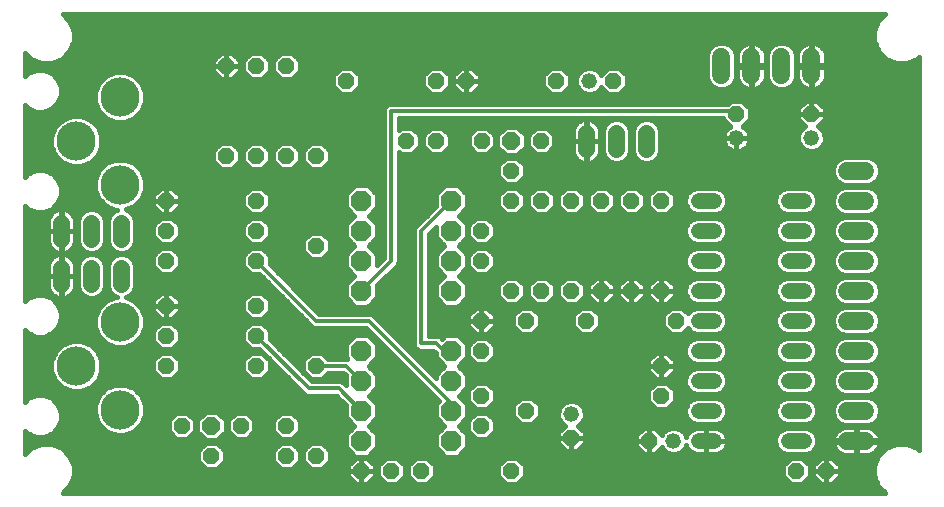
<source format=gbl>
G75*
%MOIN*%
%OFA0B0*%
%FSLAX24Y24*%
%IPPOS*%
%LPD*%
%AMOC8*
5,1,8,0,0,1.08239X$1,22.5*
%
%ADD10OC8,0.0520*%
%ADD11C,0.0520*%
%ADD12OC8,0.0680*%
%ADD13C,0.0560*%
%ADD14C,0.1306*%
%ADD15C,0.0600*%
%ADD16C,0.0520*%
%ADD17OC8,0.0600*%
%ADD18C,0.0160*%
%ADD19C,0.0120*%
D10*
X008926Y002680D03*
X010906Y002680D03*
X012416Y002680D03*
X012416Y001680D03*
X013416Y001680D03*
X014916Y001180D03*
X015916Y001180D03*
X016916Y001180D03*
X018916Y002680D03*
X020416Y003180D03*
X018916Y003680D03*
X018916Y005180D03*
X018916Y006180D03*
X020416Y006180D03*
X020916Y007180D03*
X021916Y007180D03*
X022916Y007180D03*
X023916Y007180D03*
X024916Y007180D03*
X025416Y006180D03*
X024916Y004680D03*
X024916Y003680D03*
X024516Y002180D03*
X021916Y002280D03*
X019916Y001180D03*
X013416Y004680D03*
X011416Y004680D03*
X011416Y005680D03*
X011416Y006680D03*
X011416Y008180D03*
X011416Y009180D03*
X011416Y010180D03*
X011416Y011680D03*
X012416Y011680D03*
X013416Y011680D03*
X010416Y011680D03*
X008416Y010180D03*
X008416Y009180D03*
X008416Y008180D03*
X008416Y006680D03*
X008416Y005680D03*
X008416Y004680D03*
X009916Y001680D03*
X019916Y007180D03*
X018916Y008180D03*
X018916Y009180D03*
X019916Y010180D03*
X020916Y010180D03*
X021916Y010180D03*
X022916Y010180D03*
X023916Y010180D03*
X024916Y010180D03*
X020906Y012180D03*
X019916Y011180D03*
X018926Y012180D03*
X017416Y012180D03*
X016416Y012180D03*
X017416Y014180D03*
X018416Y014180D03*
X021416Y014180D03*
X023316Y014180D03*
X027416Y013080D03*
X029916Y013080D03*
X022416Y006180D03*
X013416Y008680D03*
X014416Y014180D03*
X012416Y014680D03*
X011416Y014680D03*
X010416Y014680D03*
X029416Y001180D03*
X030416Y001180D03*
D11*
X025316Y002180D03*
X021916Y003080D03*
X027416Y012280D03*
X029916Y012280D03*
X022516Y014180D03*
D12*
X017916Y010180D03*
X017916Y009180D03*
X017916Y008180D03*
X017916Y007180D03*
X014916Y007180D03*
X014916Y008180D03*
X014916Y009180D03*
X014916Y010180D03*
X014916Y005180D03*
X014916Y004180D03*
X014916Y003180D03*
X014916Y002180D03*
X017916Y002180D03*
X017916Y003180D03*
X017916Y004180D03*
X017916Y005180D03*
D13*
X006916Y007400D02*
X006916Y007960D01*
X005916Y007960D02*
X005916Y007400D01*
X004916Y007400D02*
X004916Y007960D01*
X004916Y008900D02*
X004916Y009460D01*
X005916Y009460D02*
X005916Y008900D01*
X006916Y008900D02*
X006916Y009460D01*
X022416Y011900D02*
X022416Y012460D01*
X023416Y012460D02*
X023416Y011900D01*
X024416Y011900D02*
X024416Y012460D01*
D14*
X006872Y013637D03*
X005416Y012180D03*
X006872Y010723D03*
X006872Y006137D03*
X005416Y004680D03*
X006872Y003223D03*
D15*
X026916Y014380D02*
X026916Y014980D01*
X027916Y014980D02*
X027916Y014380D01*
X028916Y014380D02*
X028916Y014980D01*
X029916Y014980D02*
X029916Y014380D01*
X031116Y011180D02*
X031716Y011180D01*
X031716Y010180D02*
X031116Y010180D01*
X031116Y009180D02*
X031716Y009180D01*
X031716Y008180D02*
X031116Y008180D01*
X031116Y007180D02*
X031716Y007180D01*
X031716Y006180D02*
X031116Y006180D01*
X031116Y005180D02*
X031716Y005180D01*
X031716Y004180D02*
X031116Y004180D01*
X031116Y003180D02*
X031716Y003180D01*
X031716Y002180D02*
X031116Y002180D01*
D16*
X029676Y002180D02*
X029156Y002180D01*
X029156Y003180D02*
X029676Y003180D01*
X029676Y004180D02*
X029156Y004180D01*
X029156Y005180D02*
X029676Y005180D01*
X029676Y006180D02*
X029156Y006180D01*
X029156Y007180D02*
X029676Y007180D01*
X029676Y008180D02*
X029156Y008180D01*
X029156Y009180D02*
X029676Y009180D01*
X029676Y010180D02*
X029156Y010180D01*
X026676Y010180D02*
X026156Y010180D01*
X026156Y009180D02*
X026676Y009180D01*
X026676Y008180D02*
X026156Y008180D01*
X026156Y007180D02*
X026676Y007180D01*
X026676Y006180D02*
X026156Y006180D01*
X026156Y005180D02*
X026676Y005180D01*
X026676Y004180D02*
X026156Y004180D01*
X026156Y003180D02*
X026676Y003180D01*
X026676Y002180D02*
X026156Y002180D01*
D17*
X009916Y002680D03*
X019916Y012180D03*
D18*
X003696Y002526D02*
X003696Y001740D01*
X003903Y001947D01*
X004236Y002085D01*
X004596Y002085D01*
X004928Y001947D01*
X005183Y001693D01*
X005321Y001360D01*
X005321Y001000D01*
X005183Y000667D01*
X004975Y000460D01*
X032356Y000460D01*
X032148Y000667D01*
X032011Y001000D01*
X032011Y001360D01*
X032148Y001693D01*
X032403Y001947D01*
X032736Y002085D01*
X033096Y002085D01*
X033428Y001947D01*
X033506Y001870D01*
X033506Y014990D01*
X033428Y014913D01*
X033096Y014775D01*
X032736Y014775D01*
X032403Y014913D01*
X032148Y015167D01*
X032011Y015500D01*
X032011Y015860D01*
X032148Y016193D01*
X032352Y016396D01*
X004979Y016396D01*
X005183Y016193D01*
X005321Y015860D01*
X005321Y015500D01*
X005183Y015167D01*
X004928Y014913D01*
X004596Y014775D01*
X004236Y014775D01*
X003903Y014913D01*
X003696Y015120D01*
X003696Y014334D01*
X003802Y014441D01*
X004057Y014547D01*
X004333Y014547D01*
X004588Y014441D01*
X004783Y014246D01*
X004889Y013991D01*
X004889Y013715D01*
X004783Y013460D01*
X004588Y013265D01*
X004333Y013160D01*
X004057Y013160D01*
X003802Y013265D01*
X003696Y013372D01*
X003696Y010988D01*
X003802Y011095D01*
X004057Y011200D01*
X004333Y011200D01*
X004588Y011095D01*
X004783Y010900D01*
X004889Y010645D01*
X004889Y010369D01*
X004783Y010114D01*
X004588Y009919D01*
X004333Y009813D01*
X004057Y009813D01*
X003802Y009919D01*
X003696Y010026D01*
X003696Y006834D01*
X003802Y006941D01*
X004057Y007047D01*
X004333Y007047D01*
X004588Y006941D01*
X004783Y006746D01*
X004889Y006491D01*
X004889Y006215D01*
X004783Y005960D01*
X004588Y005765D01*
X004333Y005660D01*
X004057Y005660D01*
X003802Y005765D01*
X003696Y005872D01*
X003696Y003488D01*
X003802Y003595D01*
X004057Y003700D01*
X004333Y003700D01*
X004588Y003595D01*
X004783Y003400D01*
X004889Y003145D01*
X004889Y002869D01*
X004783Y002614D01*
X004588Y002419D01*
X004333Y002313D01*
X004057Y002313D01*
X003802Y002419D01*
X003696Y002526D01*
X003696Y002399D02*
X003850Y002399D01*
X003696Y002241D02*
X008743Y002241D01*
X008743Y002240D02*
X009108Y002240D01*
X009366Y002498D01*
X009366Y002862D01*
X009108Y003120D01*
X008743Y003120D01*
X008486Y002862D01*
X008486Y002498D01*
X008743Y002240D01*
X008584Y002399D02*
X007058Y002399D01*
X007038Y002391D02*
X007344Y002517D01*
X007578Y002752D01*
X007705Y003058D01*
X007705Y003389D01*
X007578Y003695D01*
X007344Y003929D01*
X007038Y004056D01*
X006707Y004056D01*
X006401Y003929D01*
X006166Y003695D01*
X006040Y003389D01*
X006040Y003058D01*
X006166Y002752D01*
X006401Y002517D01*
X006707Y002391D01*
X007038Y002391D01*
X006686Y002399D02*
X004540Y002399D01*
X004726Y002558D02*
X006360Y002558D01*
X006202Y002716D02*
X004825Y002716D01*
X004889Y002875D02*
X006115Y002875D01*
X006050Y003033D02*
X004889Y003033D01*
X004869Y003192D02*
X006040Y003192D01*
X006040Y003350D02*
X004803Y003350D01*
X004674Y003509D02*
X006089Y003509D01*
X006155Y003667D02*
X004413Y003667D01*
X003977Y003667D02*
X003696Y003667D01*
X003696Y003509D02*
X003716Y003509D01*
X003696Y003826D02*
X006297Y003826D01*
X006533Y003984D02*
X005897Y003984D01*
X005887Y003974D02*
X006122Y004208D01*
X006248Y004514D01*
X006248Y004846D01*
X006122Y005152D01*
X005887Y005386D01*
X005581Y005513D01*
X005250Y005513D01*
X004944Y005386D01*
X004710Y005152D01*
X004583Y004846D01*
X004583Y004514D01*
X004710Y004208D01*
X004944Y003974D01*
X005250Y003847D01*
X005581Y003847D01*
X005887Y003974D01*
X006056Y004143D02*
X012614Y004143D01*
X012455Y004301D02*
X011659Y004301D01*
X011598Y004240D02*
X011856Y004498D01*
X011856Y004862D01*
X011598Y005120D01*
X011233Y005120D01*
X010976Y004862D01*
X010976Y004498D01*
X011233Y004240D01*
X011598Y004240D01*
X011817Y004460D02*
X012297Y004460D01*
X012138Y004618D02*
X011856Y004618D01*
X011856Y004777D02*
X011980Y004777D01*
X011821Y004935D02*
X011783Y004935D01*
X011663Y005094D02*
X011624Y005094D01*
X011516Y005240D02*
X013030Y003727D01*
X013118Y003690D01*
X014066Y003690D01*
X014396Y003361D01*
X014396Y002965D01*
X014680Y002680D01*
X014396Y002395D01*
X014396Y001965D01*
X014700Y001660D01*
X015131Y001660D01*
X015436Y001965D01*
X015436Y002395D01*
X015151Y002680D01*
X015436Y002965D01*
X015436Y003395D01*
X015151Y003680D01*
X015436Y003965D01*
X015436Y004395D01*
X015151Y004680D01*
X015436Y004965D01*
X015436Y005395D01*
X015131Y005700D01*
X014700Y005700D01*
X014396Y005395D01*
X014396Y004965D01*
X014440Y004920D01*
X013798Y004920D01*
X013598Y005120D01*
X013233Y005120D01*
X012976Y004862D01*
X012976Y004498D01*
X013233Y004240D01*
X013598Y004240D01*
X013798Y004440D01*
X014316Y004440D01*
X014396Y004361D01*
X014396Y004039D01*
X014369Y004066D01*
X014302Y004133D01*
X014213Y004170D01*
X013265Y004170D01*
X011856Y005579D01*
X011856Y005862D01*
X011598Y006120D01*
X011233Y006120D01*
X010976Y005862D01*
X010976Y005498D01*
X011233Y005240D01*
X011516Y005240D01*
X011221Y005252D02*
X008610Y005252D01*
X008598Y005240D02*
X008856Y005498D01*
X008856Y005862D01*
X008598Y006120D01*
X008233Y006120D01*
X007976Y005862D01*
X007976Y005498D01*
X008233Y005240D01*
X008598Y005240D01*
X008598Y005120D02*
X008233Y005120D01*
X007976Y004862D01*
X007976Y004498D01*
X008233Y004240D01*
X008598Y004240D01*
X008856Y004498D01*
X008856Y004862D01*
X008598Y005120D01*
X008624Y005094D02*
X011207Y005094D01*
X011048Y004935D02*
X008783Y004935D01*
X008856Y004777D02*
X010976Y004777D01*
X010976Y004618D02*
X008856Y004618D01*
X008817Y004460D02*
X011014Y004460D01*
X011172Y004301D02*
X008659Y004301D01*
X008172Y004301D02*
X006160Y004301D01*
X006226Y004460D02*
X008014Y004460D01*
X007976Y004618D02*
X006248Y004618D01*
X006248Y004777D02*
X007976Y004777D01*
X008048Y004935D02*
X006211Y004935D01*
X006146Y005094D02*
X008207Y005094D01*
X008221Y005252D02*
X006021Y005252D01*
X005828Y005411D02*
X006449Y005411D01*
X006401Y005431D02*
X006707Y005304D01*
X007038Y005304D01*
X007344Y005431D01*
X007578Y005665D01*
X007705Y005971D01*
X007705Y006302D01*
X007578Y006608D01*
X007344Y006843D01*
X007058Y006961D01*
X007176Y007010D01*
X007306Y007139D01*
X007376Y007308D01*
X007376Y008051D01*
X007306Y008221D01*
X007176Y008350D01*
X007007Y008420D01*
X006824Y008420D01*
X006655Y008350D01*
X006526Y008221D01*
X006456Y008051D01*
X006456Y007308D01*
X006526Y007139D01*
X006655Y007010D01*
X006753Y006969D01*
X006707Y006969D01*
X006401Y006843D01*
X006166Y006608D01*
X006040Y006302D01*
X006040Y005971D01*
X006166Y005665D01*
X006401Y005431D01*
X006262Y005569D02*
X003696Y005569D01*
X003696Y005411D02*
X005003Y005411D01*
X004810Y005252D02*
X003696Y005252D01*
X003696Y005094D02*
X004686Y005094D01*
X004620Y004935D02*
X003696Y004935D01*
X003696Y004777D02*
X004583Y004777D01*
X004583Y004618D02*
X003696Y004618D01*
X003696Y004460D02*
X004606Y004460D01*
X004671Y004301D02*
X003696Y004301D01*
X003696Y004143D02*
X004775Y004143D01*
X004934Y003984D02*
X003696Y003984D01*
X003696Y005728D02*
X003894Y005728D01*
X004496Y005728D02*
X006140Y005728D01*
X006075Y005886D02*
X004708Y005886D01*
X004818Y006045D02*
X006040Y006045D01*
X006040Y006203D02*
X004883Y006203D01*
X004889Y006362D02*
X006064Y006362D01*
X006130Y006520D02*
X004877Y006520D01*
X004811Y006679D02*
X006236Y006679D01*
X006395Y006837D02*
X004692Y006837D01*
X004739Y006974D02*
X004808Y006951D01*
X004879Y006940D01*
X004906Y006940D01*
X004906Y007670D01*
X004926Y007670D01*
X004926Y007690D01*
X005376Y007690D01*
X005376Y007996D01*
X005364Y008068D01*
X005342Y008137D01*
X005309Y008201D01*
X005266Y008260D01*
X005215Y008311D01*
X005157Y008353D01*
X005092Y008386D01*
X005023Y008409D01*
X004952Y008420D01*
X004926Y008420D01*
X004926Y007690D01*
X004906Y007690D01*
X004906Y008420D01*
X004879Y008420D01*
X004808Y008409D01*
X004739Y008386D01*
X004674Y008353D01*
X004616Y008311D01*
X004565Y008260D01*
X004522Y008201D01*
X004489Y008137D01*
X004467Y008068D01*
X004456Y007996D01*
X004456Y007690D01*
X004906Y007690D01*
X004906Y007670D01*
X004456Y007670D01*
X004456Y007364D01*
X004467Y007292D01*
X004489Y007223D01*
X004522Y007159D01*
X004565Y007100D01*
X004616Y007049D01*
X004674Y007007D01*
X004739Y006974D01*
X004696Y006996D02*
X004456Y006996D01*
X004526Y007154D02*
X003696Y007154D01*
X003696Y006996D02*
X003934Y006996D01*
X003698Y006837D02*
X003696Y006837D01*
X003696Y007313D02*
X004464Y007313D01*
X004456Y007471D02*
X003696Y007471D01*
X003696Y007630D02*
X004456Y007630D01*
X004456Y007788D02*
X003696Y007788D01*
X003696Y007947D02*
X004456Y007947D01*
X004479Y008105D02*
X003696Y008105D01*
X003696Y008264D02*
X004569Y008264D01*
X004674Y008507D02*
X004739Y008474D01*
X004808Y008451D01*
X004879Y008440D01*
X004906Y008440D01*
X004906Y009170D01*
X004926Y009170D01*
X004926Y009190D01*
X005376Y009190D01*
X005376Y009496D01*
X005364Y009568D01*
X005342Y009637D01*
X005309Y009701D01*
X005266Y009760D01*
X005215Y009811D01*
X005157Y009853D01*
X005092Y009886D01*
X005023Y009909D01*
X004952Y009920D01*
X004926Y009920D01*
X004926Y009190D01*
X004906Y009190D01*
X004906Y009920D01*
X004879Y009920D01*
X004808Y009909D01*
X004739Y009886D01*
X004674Y009853D01*
X004616Y009811D01*
X004565Y009760D01*
X004522Y009701D01*
X004489Y009637D01*
X004467Y009568D01*
X004456Y009496D01*
X004456Y009190D01*
X004906Y009190D01*
X004906Y009170D01*
X004456Y009170D01*
X004456Y008864D01*
X004467Y008792D01*
X004489Y008723D01*
X004522Y008659D01*
X004565Y008600D01*
X004616Y008549D01*
X004674Y008507D01*
X004585Y008581D02*
X003696Y008581D01*
X003696Y008739D02*
X004484Y008739D01*
X004456Y008898D02*
X003696Y008898D01*
X003696Y009056D02*
X004456Y009056D01*
X004456Y009215D02*
X003696Y009215D01*
X003696Y009373D02*
X004456Y009373D01*
X004461Y009532D02*
X003696Y009532D01*
X003696Y009690D02*
X004517Y009690D01*
X004418Y009849D02*
X004668Y009849D01*
X004676Y010007D02*
X006425Y010007D01*
X006401Y010017D02*
X006707Y009891D01*
X006753Y009891D01*
X006655Y009850D01*
X006526Y009721D01*
X006456Y009551D01*
X006456Y008808D01*
X006526Y008639D01*
X006655Y008510D01*
X006824Y008440D01*
X007007Y008440D01*
X007176Y008510D01*
X007306Y008639D01*
X007376Y008808D01*
X007376Y009551D01*
X007306Y009721D01*
X007176Y009850D01*
X007058Y009899D01*
X007344Y010017D01*
X007578Y010252D01*
X007705Y010558D01*
X007705Y010889D01*
X007578Y011195D01*
X007344Y011429D01*
X007038Y011556D01*
X006707Y011556D01*
X006401Y011429D01*
X006166Y011195D01*
X006040Y010889D01*
X006040Y010558D01*
X006166Y010252D01*
X006401Y010017D01*
X006252Y010166D02*
X004804Y010166D01*
X004870Y010324D02*
X006136Y010324D01*
X006071Y010483D02*
X004889Y010483D01*
X004889Y010641D02*
X006040Y010641D01*
X006040Y010800D02*
X004824Y010800D01*
X004724Y010958D02*
X006068Y010958D01*
X006134Y011117D02*
X004535Y011117D01*
X004944Y011474D02*
X005250Y011347D01*
X005581Y011347D01*
X005887Y011474D01*
X006122Y011708D01*
X006248Y012014D01*
X006248Y012346D01*
X006122Y012652D01*
X005887Y012886D01*
X005581Y013013D01*
X005250Y013013D01*
X004944Y012886D01*
X004710Y012652D01*
X004583Y012346D01*
X004583Y012014D01*
X004710Y011708D01*
X004944Y011474D01*
X005042Y011434D02*
X003696Y011434D01*
X003696Y011592D02*
X004826Y011592D01*
X004692Y011751D02*
X003696Y011751D01*
X003696Y011909D02*
X004626Y011909D01*
X004583Y012068D02*
X003696Y012068D01*
X003696Y012226D02*
X004583Y012226D01*
X004599Y012385D02*
X003696Y012385D01*
X003696Y012543D02*
X004665Y012543D01*
X004759Y012702D02*
X003696Y012702D01*
X003696Y012860D02*
X004918Y012860D01*
X004375Y013177D02*
X006161Y013177D01*
X006166Y013165D02*
X006401Y012931D01*
X006707Y012804D01*
X007038Y012804D01*
X007344Y012931D01*
X007578Y013165D01*
X007705Y013471D01*
X007705Y013802D01*
X007578Y014108D01*
X007344Y014343D01*
X007038Y014469D01*
X006707Y014469D01*
X006401Y014343D01*
X006166Y014108D01*
X006040Y013802D01*
X006040Y013471D01*
X006166Y013165D01*
X006096Y013336D02*
X004658Y013336D01*
X004797Y013494D02*
X006040Y013494D01*
X006040Y013653D02*
X004862Y013653D01*
X004889Y013811D02*
X006043Y013811D01*
X006109Y013970D02*
X004889Y013970D01*
X004832Y014128D02*
X006186Y014128D01*
X006344Y014287D02*
X004742Y014287D01*
X004578Y014445D02*
X006648Y014445D01*
X007097Y014445D02*
X010028Y014445D01*
X009976Y014498D02*
X010233Y014240D01*
X010416Y014240D01*
X010598Y014240D01*
X010856Y014498D01*
X010856Y014680D01*
X010856Y014862D01*
X010598Y015120D01*
X010416Y015120D01*
X010416Y014680D01*
X010856Y014680D01*
X010416Y014680D01*
X010416Y014680D01*
X010416Y014680D01*
X010416Y014240D01*
X010416Y014680D01*
X010416Y014680D01*
X010416Y015120D01*
X010233Y015120D01*
X009976Y014862D01*
X009976Y014680D01*
X009976Y014498D01*
X009976Y014604D02*
X003696Y014604D01*
X003696Y014762D02*
X009976Y014762D01*
X009976Y014680D02*
X010416Y014680D01*
X009976Y014680D01*
X010034Y014921D02*
X004936Y014921D01*
X005094Y015079D02*
X010192Y015079D01*
X010416Y015079D02*
X010416Y015079D01*
X010416Y014921D02*
X010416Y014921D01*
X010416Y014762D02*
X010416Y014762D01*
X010416Y014680D02*
X010416Y014680D01*
X010416Y014604D02*
X010416Y014604D01*
X010416Y014445D02*
X010416Y014445D01*
X010416Y014287D02*
X010416Y014287D01*
X010644Y014287D02*
X011187Y014287D01*
X011233Y014240D02*
X011598Y014240D01*
X011856Y014498D01*
X011856Y014862D01*
X011598Y015120D01*
X011233Y015120D01*
X010976Y014862D01*
X010976Y014498D01*
X011233Y014240D01*
X011028Y014445D02*
X010803Y014445D01*
X010856Y014604D02*
X010976Y014604D01*
X010976Y014762D02*
X010856Y014762D01*
X010797Y014921D02*
X011034Y014921D01*
X011192Y015079D02*
X010639Y015079D01*
X011639Y015079D02*
X012192Y015079D01*
X012233Y015120D02*
X011976Y014862D01*
X011976Y014498D01*
X012233Y014240D01*
X012598Y014240D01*
X012856Y014498D01*
X012856Y014862D01*
X012598Y015120D01*
X012233Y015120D01*
X012034Y014921D02*
X011797Y014921D01*
X011856Y014762D02*
X011976Y014762D01*
X011976Y014604D02*
X011856Y014604D01*
X011803Y014445D02*
X012028Y014445D01*
X012187Y014287D02*
X011644Y014287D01*
X012644Y014287D02*
X013976Y014287D01*
X013976Y014362D02*
X013976Y013998D01*
X014233Y013740D01*
X014598Y013740D01*
X014856Y013998D01*
X014856Y014362D01*
X014598Y014620D01*
X014233Y014620D01*
X013976Y014362D01*
X014058Y014445D02*
X012803Y014445D01*
X012856Y014604D02*
X014217Y014604D01*
X014614Y014604D02*
X017217Y014604D01*
X017233Y014620D02*
X016976Y014362D01*
X016976Y013998D01*
X017233Y013740D01*
X017598Y013740D01*
X017856Y013998D01*
X017856Y014362D01*
X017598Y014620D01*
X017233Y014620D01*
X017058Y014445D02*
X014773Y014445D01*
X014856Y014287D02*
X016976Y014287D01*
X016976Y014128D02*
X014856Y014128D01*
X014827Y013970D02*
X017004Y013970D01*
X017162Y013811D02*
X014669Y013811D01*
X014162Y013811D02*
X007701Y013811D01*
X007705Y013653D02*
X033506Y013653D01*
X033506Y013811D02*
X023569Y013811D01*
X023498Y013740D02*
X023756Y013998D01*
X023756Y014362D01*
X023498Y014620D01*
X023133Y014620D01*
X022904Y014391D01*
X022889Y014429D01*
X022765Y014553D01*
X022603Y014620D01*
X022428Y014620D01*
X022266Y014553D01*
X022143Y014429D01*
X022076Y014268D01*
X022076Y014092D01*
X022143Y013931D01*
X022266Y013807D01*
X022428Y013740D01*
X022603Y013740D01*
X022765Y013807D01*
X022889Y013931D01*
X022904Y013969D01*
X023133Y013740D01*
X023498Y013740D01*
X023727Y013970D02*
X026652Y013970D01*
X026644Y013973D02*
X026820Y013900D01*
X027011Y013900D01*
X027187Y013973D01*
X027323Y014108D01*
X027396Y014285D01*
X027396Y015075D01*
X027323Y015252D01*
X027187Y015387D01*
X027011Y015460D01*
X026820Y015460D01*
X026644Y015387D01*
X026509Y015252D01*
X026436Y015075D01*
X026436Y014285D01*
X026509Y014108D01*
X026644Y013973D01*
X026500Y014128D02*
X023756Y014128D01*
X023756Y014287D02*
X026436Y014287D01*
X026436Y014445D02*
X023673Y014445D01*
X023514Y014604D02*
X026436Y014604D01*
X026436Y014762D02*
X012856Y014762D01*
X012797Y014921D02*
X026436Y014921D01*
X026437Y015079D02*
X012639Y015079D01*
X013976Y014128D02*
X007559Y014128D01*
X007636Y013970D02*
X014004Y013970D01*
X015676Y013228D02*
X015676Y008279D01*
X015436Y008039D01*
X015436Y008395D01*
X015151Y008680D01*
X015436Y008965D01*
X015436Y009395D01*
X015151Y009680D01*
X015436Y009965D01*
X015436Y010395D01*
X015131Y010700D01*
X014700Y010700D01*
X014396Y010395D01*
X014396Y009965D01*
X014680Y009680D01*
X014396Y009395D01*
X014396Y008965D01*
X014680Y008680D01*
X014396Y008395D01*
X014396Y007965D01*
X014680Y007680D01*
X014396Y007395D01*
X014396Y006965D01*
X014700Y006660D01*
X015131Y006660D01*
X015436Y006965D01*
X015436Y007361D01*
X016052Y007977D01*
X016119Y008044D01*
X016156Y008132D01*
X016156Y011818D01*
X016233Y011740D01*
X016598Y011740D01*
X016856Y011998D01*
X016856Y012362D01*
X016598Y012620D01*
X016233Y012620D01*
X016156Y012542D01*
X016156Y012940D01*
X026976Y012940D01*
X026976Y012898D01*
X027206Y012667D01*
X027185Y012656D01*
X027129Y012616D01*
X027080Y012567D01*
X027039Y012511D01*
X027008Y012449D01*
X026986Y012383D01*
X026976Y012315D01*
X026976Y012280D01*
X026976Y012245D01*
X026986Y012177D01*
X027008Y012111D01*
X027039Y012049D01*
X027080Y011993D01*
X027129Y011944D01*
X027185Y011904D01*
X027247Y011872D01*
X027313Y011851D01*
X027381Y011840D01*
X027416Y011840D01*
X027450Y011840D01*
X027519Y011851D01*
X027584Y011872D01*
X027646Y011904D01*
X027702Y011944D01*
X027751Y011993D01*
X027792Y012049D01*
X027823Y012111D01*
X027845Y012177D01*
X027856Y012245D01*
X027856Y012280D01*
X027856Y012315D01*
X027845Y012383D01*
X027823Y012449D01*
X027792Y012511D01*
X027751Y012567D01*
X027702Y012616D01*
X027646Y012656D01*
X027625Y012667D01*
X027856Y012898D01*
X027856Y013262D01*
X027598Y013520D01*
X027233Y013520D01*
X027133Y013420D01*
X015868Y013420D01*
X015780Y013383D01*
X015712Y013316D01*
X015676Y013228D01*
X015676Y013177D02*
X007583Y013177D01*
X007649Y013336D02*
X015732Y013336D01*
X015676Y013019D02*
X007432Y013019D01*
X007173Y012860D02*
X015676Y012860D01*
X015676Y012702D02*
X006072Y012702D01*
X006167Y012543D02*
X015676Y012543D01*
X015676Y012385D02*
X006232Y012385D01*
X006248Y012226D02*
X015676Y012226D01*
X015676Y012068D02*
X013650Y012068D01*
X013598Y012120D02*
X013856Y011862D01*
X013856Y011498D01*
X013598Y011240D01*
X013233Y011240D01*
X012976Y011498D01*
X012976Y011862D01*
X013233Y012120D01*
X013598Y012120D01*
X013809Y011909D02*
X015676Y011909D01*
X015676Y011751D02*
X013856Y011751D01*
X013856Y011592D02*
X015676Y011592D01*
X015676Y011434D02*
X013791Y011434D01*
X013633Y011275D02*
X015676Y011275D01*
X015676Y011117D02*
X007611Y011117D01*
X007676Y010958D02*
X015676Y010958D01*
X015676Y010800D02*
X007705Y010800D01*
X007705Y010641D02*
X014641Y010641D01*
X014483Y010483D02*
X011735Y010483D01*
X011856Y010362D02*
X011598Y010620D01*
X011233Y010620D01*
X010976Y010362D01*
X010976Y009998D01*
X011233Y009740D01*
X011598Y009740D01*
X011856Y009998D01*
X011856Y010362D01*
X011856Y010324D02*
X014396Y010324D01*
X014396Y010166D02*
X011856Y010166D01*
X011856Y010007D02*
X014396Y010007D01*
X014512Y009849D02*
X011706Y009849D01*
X011598Y009620D02*
X011233Y009620D01*
X010976Y009362D01*
X010976Y008998D01*
X011233Y008740D01*
X011598Y008740D01*
X011856Y008998D01*
X011856Y009362D01*
X011598Y009620D01*
X011686Y009532D02*
X014532Y009532D01*
X014396Y009373D02*
X011845Y009373D01*
X011856Y009215D02*
X014396Y009215D01*
X014396Y009056D02*
X013662Y009056D01*
X013598Y009120D02*
X013233Y009120D01*
X012976Y008862D01*
X012976Y008498D01*
X013233Y008240D01*
X013598Y008240D01*
X013856Y008498D01*
X013856Y008862D01*
X013598Y009120D01*
X013169Y009056D02*
X011856Y009056D01*
X011755Y008898D02*
X013011Y008898D01*
X012976Y008739D02*
X007347Y008739D01*
X007376Y008898D02*
X008076Y008898D01*
X007976Y008998D02*
X008233Y008740D01*
X008598Y008740D01*
X008856Y008998D01*
X008856Y009362D01*
X008598Y009620D01*
X008233Y009620D01*
X007976Y009362D01*
X007976Y008998D01*
X007976Y009056D02*
X007376Y009056D01*
X007376Y009215D02*
X007976Y009215D01*
X007986Y009373D02*
X007376Y009373D01*
X007376Y009532D02*
X008145Y009532D01*
X008233Y009740D02*
X008416Y009740D01*
X008598Y009740D01*
X008856Y009998D01*
X008856Y010180D01*
X008856Y010362D01*
X008598Y010620D01*
X008416Y010620D01*
X008416Y010180D01*
X008856Y010180D01*
X008416Y010180D01*
X008416Y010180D01*
X008416Y009740D01*
X008416Y010180D01*
X008416Y010180D01*
X008416Y010180D01*
X008416Y010620D01*
X008233Y010620D01*
X007976Y010362D01*
X007976Y010180D01*
X007976Y009998D01*
X008233Y009740D01*
X008125Y009849D02*
X007178Y009849D01*
X007319Y010007D02*
X007976Y010007D01*
X007976Y010166D02*
X007492Y010166D01*
X007608Y010324D02*
X007976Y010324D01*
X007976Y010180D02*
X008416Y010180D01*
X007976Y010180D01*
X008416Y010180D02*
X008416Y010180D01*
X008416Y010166D02*
X008416Y010166D01*
X008416Y010324D02*
X008416Y010324D01*
X008416Y010483D02*
X008416Y010483D01*
X008735Y010483D02*
X011096Y010483D01*
X010976Y010324D02*
X008856Y010324D01*
X008856Y010166D02*
X010976Y010166D01*
X010976Y010007D02*
X008856Y010007D01*
X008706Y009849D02*
X011125Y009849D01*
X011145Y009532D02*
X008686Y009532D01*
X008845Y009373D02*
X010986Y009373D01*
X010976Y009215D02*
X008856Y009215D01*
X008856Y009056D02*
X010976Y009056D01*
X011076Y008898D02*
X008755Y008898D01*
X008598Y008620D02*
X008233Y008620D01*
X007976Y008362D01*
X007976Y007998D01*
X008233Y007740D01*
X008598Y007740D01*
X008856Y007998D01*
X008856Y008362D01*
X008598Y008620D01*
X008637Y008581D02*
X011194Y008581D01*
X011233Y008620D02*
X010976Y008362D01*
X010976Y007998D01*
X011233Y007740D01*
X011516Y007740D01*
X013212Y006044D01*
X013280Y005977D01*
X013368Y005940D01*
X015066Y005940D01*
X017503Y003503D01*
X017396Y003395D01*
X017396Y002965D01*
X017680Y002680D01*
X017396Y002395D01*
X017396Y001965D01*
X017700Y001660D01*
X018131Y001660D01*
X018436Y001965D01*
X018436Y002395D01*
X018151Y002680D01*
X018436Y002965D01*
X018436Y003395D01*
X018151Y003680D01*
X018436Y003965D01*
X018436Y004395D01*
X018151Y004680D01*
X018436Y004965D01*
X018436Y005395D01*
X018131Y005700D01*
X017700Y005700D01*
X017593Y005592D01*
X017552Y005633D01*
X017463Y005670D01*
X017156Y005670D01*
X017156Y009081D01*
X017396Y009321D01*
X017396Y008965D01*
X017680Y008680D01*
X017396Y008395D01*
X017396Y007965D01*
X017680Y007680D01*
X017396Y007395D01*
X017396Y006965D01*
X017700Y006660D01*
X018131Y006660D01*
X018436Y006965D01*
X018436Y007395D01*
X018151Y007680D01*
X018436Y007965D01*
X018436Y008395D01*
X018151Y008680D01*
X018436Y008965D01*
X018436Y009395D01*
X018151Y009680D01*
X018436Y009965D01*
X018436Y010395D01*
X018131Y010700D01*
X017700Y010700D01*
X017396Y010395D01*
X017396Y009999D01*
X016780Y009383D01*
X016712Y009316D01*
X016676Y009228D01*
X016676Y005382D01*
X016712Y005294D01*
X016780Y005227D01*
X016868Y005190D01*
X017316Y005190D01*
X017396Y005111D01*
X017396Y004965D01*
X017680Y004680D01*
X017396Y004395D01*
X017396Y004289D01*
X015302Y006383D01*
X015213Y006420D01*
X013515Y006420D01*
X011856Y008079D01*
X011856Y008362D01*
X011598Y008620D01*
X011233Y008620D01*
X011035Y008422D02*
X008796Y008422D01*
X008856Y008264D02*
X010976Y008264D01*
X010976Y008105D02*
X008856Y008105D01*
X008804Y007947D02*
X011027Y007947D01*
X011185Y007788D02*
X008646Y007788D01*
X008185Y007788D02*
X007376Y007788D01*
X007376Y007630D02*
X011627Y007630D01*
X011785Y007471D02*
X007376Y007471D01*
X007376Y007313D02*
X011944Y007313D01*
X012102Y007154D02*
X007312Y007154D01*
X007141Y006996D02*
X008109Y006996D01*
X008233Y007120D02*
X007976Y006862D01*
X007976Y006680D01*
X007976Y006498D01*
X008233Y006240D01*
X008416Y006240D01*
X008598Y006240D01*
X008856Y006498D01*
X008856Y006680D01*
X008856Y006862D01*
X008598Y007120D01*
X008416Y007120D01*
X008416Y006680D01*
X008856Y006680D01*
X008416Y006680D01*
X008416Y006680D01*
X008416Y006240D01*
X008416Y006680D01*
X008416Y006680D01*
X008416Y006680D01*
X008416Y007120D01*
X008233Y007120D01*
X008416Y006996D02*
X008416Y006996D01*
X008416Y006837D02*
X008416Y006837D01*
X008416Y006680D02*
X007976Y006680D01*
X008416Y006680D01*
X008416Y006680D01*
X008416Y006679D02*
X008416Y006679D01*
X008416Y006520D02*
X008416Y006520D01*
X008416Y006362D02*
X008416Y006362D01*
X008719Y006362D02*
X011112Y006362D01*
X011233Y006240D02*
X011598Y006240D01*
X011856Y006498D01*
X011856Y006862D01*
X011598Y007120D01*
X011233Y007120D01*
X010976Y006862D01*
X010976Y006498D01*
X011233Y006240D01*
X010976Y006520D02*
X008856Y006520D01*
X008856Y006679D02*
X010976Y006679D01*
X010976Y006837D02*
X008856Y006837D01*
X008722Y006996D02*
X011109Y006996D01*
X011722Y006996D02*
X012261Y006996D01*
X012419Y006837D02*
X011856Y006837D01*
X011856Y006679D02*
X012578Y006679D01*
X012736Y006520D02*
X011856Y006520D01*
X011719Y006362D02*
X012895Y006362D01*
X013053Y006203D02*
X007705Y006203D01*
X007705Y006045D02*
X008158Y006045D01*
X007999Y005886D02*
X007670Y005886D01*
X007604Y005728D02*
X007976Y005728D01*
X007976Y005569D02*
X007482Y005569D01*
X007295Y005411D02*
X008063Y005411D01*
X008768Y005411D02*
X011063Y005411D01*
X010976Y005569D02*
X008856Y005569D01*
X008856Y005728D02*
X010976Y005728D01*
X010999Y005886D02*
X008832Y005886D01*
X008673Y006045D02*
X011158Y006045D01*
X011673Y006045D02*
X013212Y006045D01*
X013212Y006044D02*
X013212Y006044D01*
X013415Y006520D02*
X016676Y006520D01*
X016676Y006362D02*
X015323Y006362D01*
X015482Y006203D02*
X016676Y006203D01*
X016676Y006045D02*
X015640Y006045D01*
X015799Y005886D02*
X016676Y005886D01*
X016676Y005728D02*
X015957Y005728D01*
X016116Y005569D02*
X016676Y005569D01*
X016676Y005411D02*
X016274Y005411D01*
X016433Y005252D02*
X016754Y005252D01*
X016591Y005094D02*
X017396Y005094D01*
X017425Y004935D02*
X016750Y004935D01*
X016908Y004777D02*
X017584Y004777D01*
X017618Y004618D02*
X017067Y004618D01*
X017225Y004460D02*
X017460Y004460D01*
X017396Y004301D02*
X017384Y004301D01*
X016864Y004143D02*
X015436Y004143D01*
X015436Y004301D02*
X016705Y004301D01*
X016547Y004460D02*
X015371Y004460D01*
X015213Y004618D02*
X016388Y004618D01*
X016230Y004777D02*
X015247Y004777D01*
X015406Y004935D02*
X016071Y004935D01*
X015913Y005094D02*
X015436Y005094D01*
X015436Y005252D02*
X015754Y005252D01*
X015596Y005411D02*
X015420Y005411D01*
X015437Y005569D02*
X015262Y005569D01*
X015279Y005728D02*
X011856Y005728D01*
X011866Y005569D02*
X014569Y005569D01*
X014411Y005411D02*
X012024Y005411D01*
X012183Y005252D02*
X014396Y005252D01*
X014396Y005094D02*
X013624Y005094D01*
X013783Y004935D02*
X014425Y004935D01*
X014396Y004301D02*
X013659Y004301D01*
X014280Y004143D02*
X014396Y004143D01*
X015296Y003826D02*
X017181Y003826D01*
X017022Y003984D02*
X015436Y003984D01*
X015164Y003667D02*
X017339Y003667D01*
X017498Y003509D02*
X015322Y003509D01*
X015436Y003350D02*
X017396Y003350D01*
X017396Y003192D02*
X015436Y003192D01*
X015436Y003033D02*
X017396Y003033D01*
X017486Y002875D02*
X015345Y002875D01*
X015187Y002716D02*
X017644Y002716D01*
X017558Y002558D02*
X015273Y002558D01*
X015432Y002399D02*
X017399Y002399D01*
X017396Y002241D02*
X015436Y002241D01*
X015436Y002082D02*
X017396Y002082D01*
X017437Y001924D02*
X015394Y001924D01*
X015236Y001765D02*
X017595Y001765D01*
X017356Y001362D02*
X017098Y001620D01*
X016733Y001620D01*
X016476Y001362D01*
X016476Y000998D01*
X016733Y000740D01*
X017098Y000740D01*
X017356Y000998D01*
X017356Y001362D01*
X017356Y001290D02*
X019476Y001290D01*
X019476Y001362D02*
X019476Y000998D01*
X019733Y000740D01*
X020098Y000740D01*
X020356Y000998D01*
X020356Y001362D01*
X020098Y001620D01*
X019733Y001620D01*
X019476Y001362D01*
X019561Y001448D02*
X017270Y001448D01*
X017111Y001607D02*
X019720Y001607D01*
X020111Y001607D02*
X029220Y001607D01*
X029233Y001620D02*
X028976Y001362D01*
X028976Y000998D01*
X029233Y000740D01*
X029598Y000740D01*
X029856Y000998D01*
X029856Y001362D01*
X029598Y001620D01*
X029233Y001620D01*
X029068Y001740D02*
X028906Y001807D01*
X028783Y001931D01*
X028716Y002092D01*
X028716Y002268D01*
X028783Y002429D01*
X028906Y002553D01*
X029068Y002620D01*
X029763Y002620D01*
X029925Y002553D01*
X030049Y002429D01*
X030116Y002268D01*
X030116Y002092D01*
X030049Y001931D01*
X029925Y001807D01*
X029763Y001740D01*
X029068Y001740D01*
X029008Y001765D02*
X026822Y001765D01*
X026844Y001772D02*
X026906Y001804D01*
X026962Y001844D01*
X027011Y001893D01*
X027052Y001949D01*
X027083Y002011D01*
X027105Y002077D01*
X027116Y002145D01*
X027116Y002180D01*
X027116Y002215D01*
X027105Y002283D01*
X027083Y002349D01*
X027052Y002411D01*
X027011Y002467D01*
X026962Y002516D01*
X026906Y002556D01*
X026844Y002588D01*
X026779Y002609D01*
X026710Y002620D01*
X026416Y002620D01*
X026416Y002180D01*
X027116Y002180D01*
X026416Y002180D01*
X026416Y002180D01*
X026416Y001740D01*
X026710Y001740D01*
X026779Y001751D01*
X026844Y001772D01*
X027033Y001924D02*
X028790Y001924D01*
X028720Y002082D02*
X027106Y002082D01*
X027111Y002241D02*
X028716Y002241D01*
X028770Y002399D02*
X027058Y002399D01*
X026904Y002558D02*
X028917Y002558D01*
X029068Y002740D02*
X028906Y002807D01*
X028783Y002931D01*
X028716Y003092D01*
X028716Y003268D01*
X028783Y003429D01*
X028906Y003553D01*
X029068Y003620D01*
X029763Y003620D01*
X029925Y003553D01*
X030049Y003429D01*
X030116Y003268D01*
X030116Y003092D01*
X030049Y002931D01*
X029925Y002807D01*
X029763Y002740D01*
X029068Y002740D01*
X028839Y002875D02*
X026992Y002875D01*
X027049Y002931D02*
X027116Y003092D01*
X027116Y003268D01*
X027049Y003429D01*
X026925Y003553D01*
X026763Y003620D01*
X026068Y003620D01*
X025906Y003553D01*
X025783Y003429D01*
X025716Y003268D01*
X025716Y003092D01*
X025783Y002931D01*
X025906Y002807D01*
X026068Y002740D01*
X026763Y002740D01*
X026925Y002807D01*
X027049Y002931D01*
X027091Y003033D02*
X028740Y003033D01*
X028716Y003192D02*
X027116Y003192D01*
X027081Y003350D02*
X028750Y003350D01*
X028862Y003509D02*
X026969Y003509D01*
X026925Y003807D02*
X027049Y003931D01*
X027116Y004092D01*
X027116Y004268D01*
X027049Y004429D01*
X026925Y004553D01*
X026763Y004620D01*
X026068Y004620D01*
X025906Y004553D01*
X025783Y004429D01*
X025716Y004268D01*
X025716Y004092D01*
X025783Y003931D01*
X025906Y003807D01*
X026068Y003740D01*
X026763Y003740D01*
X026925Y003807D01*
X026943Y003826D02*
X028888Y003826D01*
X028906Y003807D02*
X029068Y003740D01*
X029763Y003740D01*
X029925Y003807D01*
X030049Y003931D01*
X030116Y004092D01*
X030116Y004268D01*
X030049Y004429D01*
X029925Y004553D01*
X029763Y004620D01*
X029068Y004620D01*
X028906Y004553D01*
X028783Y004429D01*
X028716Y004268D01*
X028716Y004092D01*
X028783Y003931D01*
X028906Y003807D01*
X028761Y003984D02*
X027071Y003984D01*
X027116Y004143D02*
X028716Y004143D01*
X028729Y004301D02*
X027102Y004301D01*
X027018Y004460D02*
X028813Y004460D01*
X029063Y004618D02*
X026768Y004618D01*
X026763Y004740D02*
X026925Y004807D01*
X027049Y004931D01*
X027116Y005092D01*
X027116Y005268D01*
X027049Y005429D01*
X026925Y005553D01*
X026763Y005620D01*
X026068Y005620D01*
X025906Y005553D01*
X025783Y005429D01*
X025716Y005268D01*
X025716Y005092D01*
X025783Y004931D01*
X025906Y004807D01*
X026068Y004740D01*
X026763Y004740D01*
X026851Y004777D02*
X028980Y004777D01*
X028906Y004807D02*
X029068Y004740D01*
X029763Y004740D01*
X029925Y004807D01*
X030049Y004931D01*
X030116Y005092D01*
X030116Y005268D01*
X030049Y005429D01*
X029925Y005553D01*
X029763Y005620D01*
X029068Y005620D01*
X028906Y005553D01*
X028783Y005429D01*
X028716Y005268D01*
X028716Y005092D01*
X028783Y004931D01*
X028906Y004807D01*
X028781Y004935D02*
X027050Y004935D01*
X027116Y005094D02*
X028716Y005094D01*
X028716Y005252D02*
X027116Y005252D01*
X027056Y005411D02*
X028775Y005411D01*
X028945Y005569D02*
X026886Y005569D01*
X026763Y005740D02*
X026925Y005807D01*
X027049Y005931D01*
X027116Y006092D01*
X027116Y006268D01*
X027049Y006429D01*
X026925Y006553D01*
X026763Y006620D01*
X026068Y006620D01*
X025906Y006553D01*
X025786Y006432D01*
X025598Y006620D01*
X025233Y006620D01*
X024976Y006362D01*
X024976Y005998D01*
X025233Y005740D01*
X025598Y005740D01*
X025786Y005928D01*
X025906Y005807D01*
X026068Y005740D01*
X026763Y005740D01*
X027004Y005886D02*
X028827Y005886D01*
X028783Y005931D02*
X028906Y005807D01*
X029068Y005740D01*
X029763Y005740D01*
X029925Y005807D01*
X030049Y005931D01*
X030116Y006092D01*
X030116Y006268D01*
X030049Y006429D01*
X029925Y006553D01*
X029763Y006620D01*
X029068Y006620D01*
X028906Y006553D01*
X028783Y006429D01*
X028716Y006268D01*
X028716Y006092D01*
X028783Y005931D01*
X028735Y006045D02*
X027096Y006045D01*
X027116Y006203D02*
X028716Y006203D01*
X028755Y006362D02*
X027077Y006362D01*
X026958Y006520D02*
X028873Y006520D01*
X028906Y006807D02*
X029068Y006740D01*
X029763Y006740D01*
X029925Y006807D01*
X030049Y006931D01*
X030116Y007092D01*
X030116Y007268D01*
X030049Y007429D01*
X029925Y007553D01*
X029763Y007620D01*
X029068Y007620D01*
X028906Y007553D01*
X028783Y007429D01*
X028716Y007268D01*
X028716Y007092D01*
X028783Y006931D01*
X028906Y006807D01*
X028876Y006837D02*
X026955Y006837D01*
X026925Y006807D02*
X026763Y006740D01*
X026068Y006740D01*
X025906Y006807D01*
X025783Y006931D01*
X025716Y007092D01*
X025716Y007268D01*
X025783Y007429D01*
X025906Y007553D01*
X026068Y007620D01*
X026763Y007620D01*
X026925Y007553D01*
X027049Y007429D01*
X027116Y007268D01*
X027116Y007092D01*
X027049Y006931D01*
X026925Y006807D01*
X027075Y006996D02*
X028756Y006996D01*
X028716Y007154D02*
X027116Y007154D01*
X027097Y007313D02*
X028734Y007313D01*
X028824Y007471D02*
X027007Y007471D01*
X026925Y007807D02*
X026763Y007740D01*
X026068Y007740D01*
X025906Y007807D01*
X025783Y007931D01*
X025716Y008092D01*
X025716Y008268D01*
X025783Y008429D01*
X025906Y008553D01*
X026068Y008620D01*
X026763Y008620D01*
X026925Y008553D01*
X027049Y008429D01*
X027116Y008268D01*
X027116Y008092D01*
X027049Y007931D01*
X026925Y007807D01*
X026879Y007788D02*
X028952Y007788D01*
X028906Y007807D02*
X029068Y007740D01*
X029763Y007740D01*
X029925Y007807D01*
X030049Y007931D01*
X030116Y008092D01*
X030116Y008268D01*
X030049Y008429D01*
X029925Y008553D01*
X029763Y008620D01*
X029068Y008620D01*
X028906Y008553D01*
X028783Y008429D01*
X028716Y008268D01*
X028716Y008092D01*
X028783Y007931D01*
X028906Y007807D01*
X028776Y007947D02*
X027055Y007947D01*
X027116Y008105D02*
X028716Y008105D01*
X028716Y008264D02*
X027116Y008264D01*
X027052Y008422D02*
X028780Y008422D01*
X028973Y008581D02*
X026858Y008581D01*
X026763Y008740D02*
X026925Y008807D01*
X027049Y008931D01*
X027116Y009092D01*
X027116Y009268D01*
X027049Y009429D01*
X026925Y009553D01*
X026763Y009620D01*
X026068Y009620D01*
X025906Y009553D01*
X025783Y009429D01*
X025716Y009268D01*
X025716Y009092D01*
X025783Y008931D01*
X025906Y008807D01*
X026068Y008740D01*
X026763Y008740D01*
X027015Y008898D02*
X028816Y008898D01*
X028783Y008931D02*
X028906Y008807D01*
X029068Y008740D01*
X029763Y008740D01*
X029925Y008807D01*
X030049Y008931D01*
X030116Y009092D01*
X030116Y009268D01*
X030049Y009429D01*
X029925Y009553D01*
X029763Y009620D01*
X029068Y009620D01*
X028906Y009553D01*
X028783Y009429D01*
X028716Y009268D01*
X028716Y009092D01*
X028783Y008931D01*
X028731Y009056D02*
X027100Y009056D01*
X027116Y009215D02*
X028716Y009215D01*
X028759Y009373D02*
X027072Y009373D01*
X026946Y009532D02*
X028885Y009532D01*
X028906Y009807D02*
X029068Y009740D01*
X029763Y009740D01*
X029925Y009807D01*
X030049Y009931D01*
X030116Y010092D01*
X030116Y010268D01*
X030049Y010429D01*
X029925Y010553D01*
X029763Y010620D01*
X029068Y010620D01*
X028906Y010553D01*
X028783Y010429D01*
X028716Y010268D01*
X028716Y010092D01*
X028783Y009931D01*
X028906Y009807D01*
X028865Y009849D02*
X026966Y009849D01*
X026925Y009807D02*
X027049Y009931D01*
X027116Y010092D01*
X027116Y010268D01*
X027049Y010429D01*
X026925Y010553D01*
X026763Y010620D01*
X026068Y010620D01*
X025906Y010553D01*
X025783Y010429D01*
X025716Y010268D01*
X025716Y010092D01*
X025783Y009931D01*
X025906Y009807D01*
X026068Y009740D01*
X026763Y009740D01*
X026925Y009807D01*
X027080Y010007D02*
X028751Y010007D01*
X028716Y010166D02*
X027116Y010166D01*
X027092Y010324D02*
X028739Y010324D01*
X028836Y010483D02*
X026995Y010483D01*
X025836Y010483D02*
X025235Y010483D01*
X025356Y010362D02*
X025098Y010620D01*
X024733Y010620D01*
X024476Y010362D01*
X024476Y009998D01*
X024733Y009740D01*
X025098Y009740D01*
X025356Y009998D01*
X025356Y010362D01*
X025356Y010324D02*
X025739Y010324D01*
X025716Y010166D02*
X025356Y010166D01*
X025356Y010007D02*
X025751Y010007D01*
X025865Y009849D02*
X025206Y009849D01*
X024625Y009849D02*
X024206Y009849D01*
X024098Y009740D02*
X023733Y009740D01*
X023476Y009998D01*
X023476Y010362D01*
X023733Y010620D01*
X024098Y010620D01*
X024356Y010362D01*
X024356Y009998D01*
X024098Y009740D01*
X023625Y009849D02*
X023206Y009849D01*
X023098Y009740D02*
X023356Y009998D01*
X023356Y010362D01*
X023098Y010620D01*
X022733Y010620D01*
X022476Y010362D01*
X022476Y009998D01*
X022733Y009740D01*
X023098Y009740D01*
X022625Y009849D02*
X022206Y009849D01*
X022098Y009740D02*
X022356Y009998D01*
X022356Y010362D01*
X022098Y010620D01*
X021733Y010620D01*
X021476Y010362D01*
X021476Y009998D01*
X021733Y009740D01*
X022098Y009740D01*
X021625Y009849D02*
X021206Y009849D01*
X021098Y009740D02*
X021356Y009998D01*
X021356Y010362D01*
X021098Y010620D01*
X020733Y010620D01*
X020476Y010362D01*
X020476Y009998D01*
X020733Y009740D01*
X021098Y009740D01*
X020625Y009849D02*
X020206Y009849D01*
X020098Y009740D02*
X020356Y009998D01*
X020356Y010362D01*
X020098Y010620D01*
X019733Y010620D01*
X019476Y010362D01*
X019476Y009998D01*
X019733Y009740D01*
X020098Y009740D01*
X019625Y009849D02*
X018319Y009849D01*
X018436Y010007D02*
X019476Y010007D01*
X019476Y010166D02*
X018436Y010166D01*
X018436Y010324D02*
X019476Y010324D01*
X019596Y010483D02*
X018348Y010483D01*
X018190Y010641D02*
X030974Y010641D01*
X031020Y010660D02*
X030844Y010587D01*
X030709Y010452D01*
X030636Y010275D01*
X030636Y010085D01*
X030709Y009908D01*
X030844Y009773D01*
X031020Y009700D01*
X031811Y009700D01*
X031987Y009773D01*
X032123Y009908D01*
X032196Y010085D01*
X032196Y010275D01*
X032123Y010452D01*
X031987Y010587D01*
X031811Y010660D01*
X031020Y010660D01*
X031020Y010700D02*
X031811Y010700D01*
X031987Y010773D01*
X032123Y010908D01*
X032196Y011085D01*
X032196Y011275D01*
X033506Y011275D01*
X033506Y011117D02*
X032196Y011117D01*
X032196Y011275D02*
X032123Y011452D01*
X031987Y011587D01*
X031811Y011660D01*
X031020Y011660D01*
X030844Y011587D01*
X030709Y011452D01*
X030636Y011275D01*
X020356Y011275D01*
X020356Y011362D02*
X020356Y010998D01*
X020098Y010740D01*
X019733Y010740D01*
X019476Y010998D01*
X019476Y011362D01*
X019733Y011620D01*
X020098Y011620D01*
X020356Y011362D01*
X020284Y011434D02*
X030701Y011434D01*
X030636Y011275D02*
X030636Y011085D01*
X030709Y010908D01*
X030844Y010773D01*
X031020Y010700D01*
X030817Y010800D02*
X020157Y010800D01*
X020316Y010958D02*
X030688Y010958D01*
X030636Y011117D02*
X020356Y011117D01*
X019674Y010800D02*
X016156Y010800D01*
X016156Y010958D02*
X019515Y010958D01*
X019476Y011117D02*
X016156Y011117D01*
X016156Y011275D02*
X019476Y011275D01*
X019547Y011434D02*
X016156Y011434D01*
X016156Y011592D02*
X019705Y011592D01*
X019717Y011700D02*
X020114Y011700D01*
X020396Y011981D01*
X020396Y012379D01*
X020114Y012660D01*
X019717Y012660D01*
X019436Y012379D01*
X019436Y011981D01*
X019717Y011700D01*
X019666Y011751D02*
X019118Y011751D01*
X019108Y011740D02*
X019366Y011998D01*
X019366Y012362D01*
X019108Y012620D01*
X018743Y012620D01*
X018486Y012362D01*
X018486Y011998D01*
X018743Y011740D01*
X019108Y011740D01*
X019277Y011909D02*
X019508Y011909D01*
X019436Y012068D02*
X019366Y012068D01*
X019366Y012226D02*
X019436Y012226D01*
X019441Y012385D02*
X019343Y012385D01*
X019185Y012543D02*
X019600Y012543D01*
X020231Y012543D02*
X020646Y012543D01*
X020723Y012620D02*
X020466Y012362D01*
X020466Y011998D01*
X020723Y011740D01*
X021088Y011740D01*
X021346Y011998D01*
X021346Y012362D01*
X021088Y012620D01*
X020723Y012620D01*
X020488Y012385D02*
X020390Y012385D01*
X020396Y012226D02*
X020466Y012226D01*
X020466Y012068D02*
X020396Y012068D01*
X020323Y011909D02*
X020554Y011909D01*
X020713Y011751D02*
X020165Y011751D01*
X020126Y011592D02*
X022073Y011592D01*
X022065Y011600D02*
X022116Y011549D01*
X022174Y011507D01*
X022239Y011474D01*
X022308Y011451D01*
X022379Y011440D01*
X022406Y011440D01*
X022406Y012170D01*
X022426Y012170D01*
X022426Y012190D01*
X022876Y012190D01*
X022876Y012496D01*
X022864Y012568D01*
X022842Y012637D01*
X022809Y012701D01*
X022766Y012760D01*
X022715Y012811D01*
X022657Y012853D01*
X022592Y012886D01*
X022523Y012909D01*
X022452Y012920D01*
X022426Y012920D01*
X022426Y012190D01*
X022406Y012190D01*
X022406Y012920D01*
X022379Y012920D01*
X022308Y012909D01*
X022239Y012886D01*
X022174Y012853D01*
X022116Y012811D01*
X022065Y012760D01*
X022022Y012701D01*
X021989Y012637D01*
X021967Y012568D01*
X021956Y012496D01*
X021956Y012190D01*
X022406Y012190D01*
X022406Y012170D01*
X021956Y012170D01*
X021956Y011864D01*
X021967Y011792D01*
X021989Y011723D01*
X022022Y011659D01*
X022065Y011600D01*
X021980Y011751D02*
X021098Y011751D01*
X021257Y011909D02*
X021956Y011909D01*
X021956Y012068D02*
X021346Y012068D01*
X021346Y012226D02*
X021956Y012226D01*
X021956Y012385D02*
X021323Y012385D01*
X021165Y012543D02*
X021963Y012543D01*
X022022Y012702D02*
X016156Y012702D01*
X016156Y012860D02*
X022187Y012860D01*
X022406Y012860D02*
X022426Y012860D01*
X022426Y012702D02*
X022406Y012702D01*
X022406Y012543D02*
X022426Y012543D01*
X022426Y012385D02*
X022406Y012385D01*
X022406Y012226D02*
X022426Y012226D01*
X022426Y012170D02*
X022876Y012170D01*
X022876Y011864D01*
X022864Y011792D01*
X022842Y011723D01*
X022809Y011659D01*
X022766Y011600D01*
X022715Y011549D01*
X022657Y011507D01*
X022592Y011474D01*
X022523Y011451D01*
X022452Y011440D01*
X022426Y011440D01*
X022426Y012170D01*
X022426Y012068D02*
X022406Y012068D01*
X022406Y011909D02*
X022426Y011909D01*
X022426Y011751D02*
X022406Y011751D01*
X022406Y011592D02*
X022426Y011592D01*
X022758Y011592D02*
X023073Y011592D01*
X023026Y011639D02*
X023155Y011510D01*
X023324Y011440D01*
X023507Y011440D01*
X023676Y011510D01*
X023806Y011639D01*
X023876Y011808D01*
X023876Y012551D01*
X023806Y012721D01*
X023676Y012850D01*
X023507Y012920D01*
X023324Y012920D01*
X023155Y012850D01*
X023026Y012721D01*
X022956Y012551D01*
X022956Y011808D01*
X023026Y011639D01*
X022980Y011751D02*
X022851Y011751D01*
X022876Y011909D02*
X022956Y011909D01*
X022956Y012068D02*
X022876Y012068D01*
X022876Y012226D02*
X022956Y012226D01*
X022956Y012385D02*
X022876Y012385D01*
X022868Y012543D02*
X022956Y012543D01*
X023018Y012702D02*
X022809Y012702D01*
X022644Y012860D02*
X023179Y012860D01*
X023652Y012860D02*
X024179Y012860D01*
X024155Y012850D02*
X024026Y012721D01*
X023956Y012551D01*
X023956Y011808D01*
X024026Y011639D01*
X024155Y011510D01*
X024324Y011440D01*
X024507Y011440D01*
X024676Y011510D01*
X024806Y011639D01*
X024876Y011808D01*
X024876Y012551D01*
X024806Y012721D01*
X024676Y012850D01*
X024507Y012920D01*
X024324Y012920D01*
X024155Y012850D01*
X024018Y012702D02*
X023813Y012702D01*
X023876Y012543D02*
X023956Y012543D01*
X023956Y012385D02*
X023876Y012385D01*
X023876Y012226D02*
X023956Y012226D01*
X023956Y012068D02*
X023876Y012068D01*
X023876Y011909D02*
X023956Y011909D01*
X023980Y011751D02*
X023852Y011751D01*
X023758Y011592D02*
X024073Y011592D01*
X024758Y011592D02*
X030856Y011592D01*
X030289Y012031D02*
X030165Y011907D01*
X030003Y011840D01*
X029828Y011840D01*
X029666Y011907D01*
X029543Y012031D01*
X029476Y012192D01*
X029476Y012368D01*
X029543Y012529D01*
X029666Y012653D01*
X029705Y012669D01*
X029476Y012898D01*
X029476Y013080D01*
X029916Y013080D01*
X030356Y013080D01*
X030356Y013262D01*
X030098Y013520D01*
X029916Y013520D01*
X029916Y013080D01*
X029916Y013080D01*
X030356Y013080D01*
X030356Y012898D01*
X030127Y012669D01*
X030165Y012653D01*
X030289Y012529D01*
X030356Y012368D01*
X030356Y012192D01*
X030289Y012031D01*
X030304Y012068D02*
X033506Y012068D01*
X033506Y012226D02*
X030356Y012226D01*
X030349Y012385D02*
X033506Y012385D01*
X033506Y012543D02*
X030275Y012543D01*
X030159Y012702D02*
X033506Y012702D01*
X033506Y012860D02*
X030318Y012860D01*
X030356Y013019D02*
X033506Y013019D01*
X033506Y013177D02*
X030356Y013177D01*
X030282Y013336D02*
X033506Y013336D01*
X033506Y013494D02*
X030124Y013494D01*
X029916Y013494D02*
X029916Y013494D01*
X029916Y013520D02*
X029733Y013520D01*
X029476Y013262D01*
X029476Y013080D01*
X029916Y013080D01*
X029916Y013080D01*
X029916Y013520D01*
X029916Y013336D02*
X029916Y013336D01*
X029916Y013177D02*
X029916Y013177D01*
X029916Y013080D02*
X029916Y013080D01*
X029476Y013019D02*
X027856Y013019D01*
X027856Y013177D02*
X029476Y013177D01*
X029549Y013336D02*
X027782Y013336D01*
X027624Y013494D02*
X029707Y013494D01*
X029803Y013912D02*
X029878Y013900D01*
X029896Y013900D01*
X029896Y014660D01*
X029936Y014660D01*
X029936Y014700D01*
X030396Y014700D01*
X030396Y015018D01*
X030384Y015092D01*
X030360Y015164D01*
X030326Y015232D01*
X030282Y015293D01*
X030228Y015346D01*
X030167Y015391D01*
X030100Y015425D01*
X030028Y015448D01*
X029953Y015460D01*
X029936Y015460D01*
X029936Y014700D01*
X029896Y014700D01*
X029896Y015460D01*
X029878Y015460D01*
X029803Y015448D01*
X029731Y015425D01*
X029664Y015391D01*
X029603Y015346D01*
X029549Y015293D01*
X029505Y015232D01*
X029471Y015164D01*
X029447Y015092D01*
X029436Y015018D01*
X029436Y014700D01*
X029896Y014700D01*
X029896Y014660D01*
X029436Y014660D01*
X029436Y014342D01*
X029447Y014268D01*
X029471Y014196D01*
X029505Y014128D01*
X029331Y014128D01*
X029323Y014108D02*
X029396Y014285D01*
X029396Y015075D01*
X029323Y015252D01*
X029187Y015387D01*
X029011Y015460D01*
X028820Y015460D01*
X028644Y015387D01*
X028509Y015252D01*
X028436Y015075D01*
X028436Y014285D01*
X028509Y014108D01*
X028644Y013973D01*
X028820Y013900D01*
X029011Y013900D01*
X029187Y013973D01*
X029323Y014108D01*
X029505Y014128D02*
X029549Y014067D01*
X029603Y014014D01*
X029664Y013969D01*
X029731Y013935D01*
X029803Y013912D01*
X029896Y013970D02*
X029936Y013970D01*
X029936Y013900D02*
X029953Y013900D01*
X030028Y013912D01*
X030100Y013935D01*
X030167Y013969D01*
X030228Y014014D01*
X030282Y014067D01*
X030326Y014128D01*
X033506Y014128D01*
X033506Y013970D02*
X030167Y013970D01*
X030326Y014128D02*
X030360Y014196D01*
X030384Y014268D01*
X030396Y014342D01*
X030396Y014660D01*
X029936Y014660D01*
X029936Y013900D01*
X029936Y014128D02*
X029896Y014128D01*
X029896Y014287D02*
X029936Y014287D01*
X029936Y014445D02*
X029896Y014445D01*
X029896Y014604D02*
X029936Y014604D01*
X029936Y014762D02*
X029896Y014762D01*
X029896Y014921D02*
X029936Y014921D01*
X029936Y015079D02*
X029896Y015079D01*
X029896Y015238D02*
X029936Y015238D01*
X029936Y015396D02*
X029896Y015396D01*
X029675Y015396D02*
X029166Y015396D01*
X029328Y015238D02*
X029509Y015238D01*
X029445Y015079D02*
X029394Y015079D01*
X029396Y014921D02*
X029436Y014921D01*
X029436Y014762D02*
X029396Y014762D01*
X029396Y014604D02*
X029436Y014604D01*
X029436Y014445D02*
X029396Y014445D01*
X029396Y014287D02*
X029444Y014287D01*
X029664Y013970D02*
X029179Y013970D01*
X028652Y013970D02*
X028167Y013970D01*
X028167Y013969D02*
X028228Y014014D01*
X028282Y014067D01*
X028326Y014128D01*
X028500Y014128D01*
X028360Y014196D02*
X028326Y014128D01*
X028360Y014196D02*
X028384Y014268D01*
X028396Y014342D01*
X028396Y014660D01*
X027936Y014660D01*
X027936Y014700D01*
X028396Y014700D01*
X028396Y015018D01*
X028384Y015092D01*
X028360Y015164D01*
X028326Y015232D01*
X028282Y015293D01*
X028228Y015346D01*
X028167Y015391D01*
X028100Y015425D01*
X028028Y015448D01*
X027953Y015460D01*
X027936Y015460D01*
X027936Y014700D01*
X027896Y014700D01*
X027896Y015460D01*
X027878Y015460D01*
X027803Y015448D01*
X027731Y015425D01*
X027664Y015391D01*
X027603Y015346D01*
X027549Y015293D01*
X027505Y015232D01*
X027471Y015164D01*
X027447Y015092D01*
X027436Y015018D01*
X027436Y014700D01*
X027896Y014700D01*
X027896Y014660D01*
X027936Y014660D01*
X027936Y013900D01*
X027953Y013900D01*
X028028Y013912D01*
X028100Y013935D01*
X028167Y013969D01*
X027936Y013970D02*
X027896Y013970D01*
X027896Y013900D02*
X027896Y014660D01*
X027436Y014660D01*
X027436Y014342D01*
X027447Y014268D01*
X027471Y014196D01*
X027505Y014128D01*
X027331Y014128D01*
X027396Y014287D02*
X027444Y014287D01*
X027436Y014445D02*
X027396Y014445D01*
X027396Y014604D02*
X027436Y014604D01*
X027436Y014762D02*
X027396Y014762D01*
X027396Y014921D02*
X027436Y014921D01*
X027445Y015079D02*
X027394Y015079D01*
X027328Y015238D02*
X027509Y015238D01*
X027675Y015396D02*
X027166Y015396D01*
X026666Y015396D02*
X005278Y015396D01*
X005321Y015555D02*
X032011Y015555D01*
X032011Y015713D02*
X005321Y015713D01*
X005316Y015872D02*
X032015Y015872D01*
X032081Y016030D02*
X005250Y016030D01*
X005185Y016189D02*
X032147Y016189D01*
X032303Y016347D02*
X005028Y016347D01*
X005212Y015238D02*
X026503Y015238D01*
X027896Y015238D02*
X027936Y015238D01*
X027936Y015396D02*
X027896Y015396D01*
X028156Y015396D02*
X028666Y015396D01*
X028503Y015238D02*
X028322Y015238D01*
X028386Y015079D02*
X028437Y015079D01*
X028436Y014921D02*
X028396Y014921D01*
X028396Y014762D02*
X028436Y014762D01*
X028436Y014604D02*
X028396Y014604D01*
X028396Y014445D02*
X028436Y014445D01*
X028436Y014287D02*
X028387Y014287D01*
X027936Y014287D02*
X027896Y014287D01*
X027896Y014445D02*
X027936Y014445D01*
X027936Y014604D02*
X027896Y014604D01*
X027896Y014762D02*
X027936Y014762D01*
X027936Y014921D02*
X027896Y014921D01*
X027896Y015079D02*
X027936Y015079D01*
X027896Y014128D02*
X027936Y014128D01*
X027896Y013900D02*
X027878Y013900D01*
X027803Y013912D01*
X027731Y013935D01*
X027664Y013969D01*
X027603Y014014D01*
X027549Y014067D01*
X027505Y014128D01*
X027664Y013970D02*
X027179Y013970D01*
X027207Y013494D02*
X007705Y013494D01*
X007400Y014287D02*
X010187Y014287D01*
X006571Y012860D02*
X005913Y012860D01*
X006313Y013019D02*
X003696Y013019D01*
X003696Y013177D02*
X004016Y013177D01*
X003732Y013336D02*
X003696Y013336D01*
X003696Y014445D02*
X003812Y014445D01*
X003895Y014921D02*
X003696Y014921D01*
X003696Y015079D02*
X003737Y015079D01*
X006248Y012068D02*
X010181Y012068D01*
X010233Y012120D02*
X009976Y011862D01*
X009976Y011498D01*
X010233Y011240D01*
X010598Y011240D01*
X010856Y011498D01*
X010856Y011862D01*
X010598Y012120D01*
X010233Y012120D01*
X010022Y011909D02*
X006205Y011909D01*
X006139Y011751D02*
X009976Y011751D01*
X009976Y011592D02*
X006005Y011592D01*
X005790Y011434D02*
X006411Y011434D01*
X006246Y011275D02*
X003696Y011275D01*
X003696Y011117D02*
X003855Y011117D01*
X003714Y010007D02*
X003696Y010007D01*
X003696Y009849D02*
X003972Y009849D01*
X004906Y009849D02*
X004926Y009849D01*
X004926Y009690D02*
X004906Y009690D01*
X004906Y009532D02*
X004926Y009532D01*
X004926Y009373D02*
X004906Y009373D01*
X004906Y009215D02*
X004926Y009215D01*
X004926Y009170D02*
X005376Y009170D01*
X005376Y008864D01*
X005364Y008792D01*
X005342Y008723D01*
X005309Y008659D01*
X005266Y008600D01*
X005215Y008549D01*
X005157Y008507D01*
X005092Y008474D01*
X005023Y008451D01*
X004952Y008440D01*
X004926Y008440D01*
X004926Y009170D01*
X004926Y009056D02*
X004906Y009056D01*
X004906Y008898D02*
X004926Y008898D01*
X004926Y008739D02*
X004906Y008739D01*
X004906Y008581D02*
X004926Y008581D01*
X004906Y008264D02*
X004926Y008264D01*
X004926Y008105D02*
X004906Y008105D01*
X004906Y007947D02*
X004926Y007947D01*
X004926Y007788D02*
X004906Y007788D01*
X004926Y007670D02*
X005376Y007670D01*
X005376Y007364D01*
X005364Y007292D01*
X005342Y007223D01*
X005309Y007159D01*
X005266Y007100D01*
X005215Y007049D01*
X005157Y007007D01*
X005092Y006974D01*
X005023Y006951D01*
X004952Y006940D01*
X004926Y006940D01*
X004926Y007670D01*
X004926Y007630D02*
X004906Y007630D01*
X004906Y007471D02*
X004926Y007471D01*
X004926Y007313D02*
X004906Y007313D01*
X004906Y007154D02*
X004926Y007154D01*
X004926Y006996D02*
X004906Y006996D01*
X005135Y006996D02*
X005690Y006996D01*
X005655Y007010D02*
X005824Y006940D01*
X006007Y006940D01*
X006176Y007010D01*
X006306Y007139D01*
X006376Y007308D01*
X006376Y008051D01*
X006306Y008221D01*
X006176Y008350D01*
X006007Y008420D01*
X005824Y008420D01*
X005655Y008350D01*
X005526Y008221D01*
X005456Y008051D01*
X005456Y007308D01*
X005526Y007139D01*
X005655Y007010D01*
X005520Y007154D02*
X005305Y007154D01*
X005367Y007313D02*
X005456Y007313D01*
X005456Y007471D02*
X005376Y007471D01*
X005376Y007630D02*
X005456Y007630D01*
X005456Y007788D02*
X005376Y007788D01*
X005376Y007947D02*
X005456Y007947D01*
X005478Y008105D02*
X005352Y008105D01*
X005263Y008264D02*
X005569Y008264D01*
X005655Y008510D02*
X005824Y008440D01*
X006007Y008440D01*
X006176Y008510D01*
X006306Y008639D01*
X006376Y008808D01*
X006376Y009551D01*
X006306Y009721D01*
X006176Y009850D01*
X006007Y009920D01*
X005824Y009920D01*
X005655Y009850D01*
X005526Y009721D01*
X005456Y009551D01*
X005456Y008808D01*
X005526Y008639D01*
X005655Y008510D01*
X005585Y008581D02*
X005247Y008581D01*
X005347Y008739D02*
X005484Y008739D01*
X005456Y008898D02*
X005376Y008898D01*
X005376Y009056D02*
X005456Y009056D01*
X005456Y009215D02*
X005376Y009215D01*
X005376Y009373D02*
X005456Y009373D01*
X005456Y009532D02*
X005370Y009532D01*
X005315Y009690D02*
X005513Y009690D01*
X005654Y009849D02*
X005163Y009849D01*
X006178Y009849D02*
X006654Y009849D01*
X006513Y009690D02*
X006318Y009690D01*
X006376Y009532D02*
X006456Y009532D01*
X006456Y009373D02*
X006376Y009373D01*
X006376Y009215D02*
X006456Y009215D01*
X006456Y009056D02*
X006376Y009056D01*
X006376Y008898D02*
X006456Y008898D01*
X006484Y008739D02*
X006347Y008739D01*
X006247Y008581D02*
X006585Y008581D01*
X006569Y008264D02*
X006263Y008264D01*
X006353Y008105D02*
X006478Y008105D01*
X006456Y007947D02*
X006376Y007947D01*
X006376Y007788D02*
X006456Y007788D01*
X006456Y007630D02*
X006376Y007630D01*
X006376Y007471D02*
X006456Y007471D01*
X006456Y007313D02*
X006376Y007313D01*
X006312Y007154D02*
X006520Y007154D01*
X006690Y006996D02*
X006141Y006996D01*
X007350Y006837D02*
X007976Y006837D01*
X007976Y006679D02*
X007508Y006679D01*
X007615Y006520D02*
X007976Y006520D01*
X008112Y006362D02*
X007681Y006362D01*
X007376Y007947D02*
X008027Y007947D01*
X007976Y008105D02*
X007353Y008105D01*
X007263Y008264D02*
X007976Y008264D01*
X008035Y008422D02*
X003696Y008422D01*
X007247Y008581D02*
X008194Y008581D01*
X007318Y009690D02*
X014670Y009690D01*
X015161Y009690D02*
X015676Y009690D01*
X015676Y009532D02*
X015299Y009532D01*
X015436Y009373D02*
X015676Y009373D01*
X015676Y009215D02*
X015436Y009215D01*
X015436Y009056D02*
X015676Y009056D01*
X015676Y008898D02*
X015368Y008898D01*
X015210Y008739D02*
X015676Y008739D01*
X015676Y008581D02*
X015250Y008581D01*
X015409Y008422D02*
X015676Y008422D01*
X015660Y008264D02*
X015436Y008264D01*
X015436Y008105D02*
X015501Y008105D01*
X016022Y007947D02*
X016676Y007947D01*
X016676Y008105D02*
X016144Y008105D01*
X016156Y008264D02*
X016676Y008264D01*
X016676Y008422D02*
X016156Y008422D01*
X016156Y008581D02*
X016676Y008581D01*
X016676Y008739D02*
X016156Y008739D01*
X016156Y008898D02*
X016676Y008898D01*
X016676Y009056D02*
X016156Y009056D01*
X016156Y009215D02*
X016676Y009215D01*
X016769Y009373D02*
X016156Y009373D01*
X016156Y009532D02*
X016928Y009532D01*
X017086Y009690D02*
X016156Y009690D01*
X016156Y009849D02*
X017245Y009849D01*
X017396Y010007D02*
X016156Y010007D01*
X016156Y010166D02*
X017396Y010166D01*
X017396Y010324D02*
X016156Y010324D01*
X016156Y010483D02*
X017483Y010483D01*
X017641Y010641D02*
X016156Y010641D01*
X015676Y010641D02*
X015190Y010641D01*
X015348Y010483D02*
X015676Y010483D01*
X015676Y010324D02*
X015436Y010324D01*
X015436Y010166D02*
X015676Y010166D01*
X015676Y010007D02*
X015436Y010007D01*
X015319Y009849D02*
X015676Y009849D01*
X017156Y009056D02*
X017396Y009056D01*
X017396Y009215D02*
X017290Y009215D01*
X017156Y008898D02*
X017463Y008898D01*
X017621Y008739D02*
X017156Y008739D01*
X017156Y008581D02*
X017581Y008581D01*
X017422Y008422D02*
X017156Y008422D01*
X017156Y008264D02*
X017396Y008264D01*
X017396Y008105D02*
X017156Y008105D01*
X017156Y007947D02*
X017414Y007947D01*
X017572Y007788D02*
X017156Y007788D01*
X017156Y007630D02*
X017630Y007630D01*
X017471Y007471D02*
X017156Y007471D01*
X017156Y007313D02*
X017396Y007313D01*
X017396Y007154D02*
X017156Y007154D01*
X017156Y006996D02*
X017396Y006996D01*
X017523Y006837D02*
X017156Y006837D01*
X017156Y006679D02*
X017682Y006679D01*
X017156Y006520D02*
X018633Y006520D01*
X018733Y006620D02*
X018476Y006362D01*
X018476Y006180D01*
X018476Y005998D01*
X018733Y005740D01*
X018916Y005740D01*
X019098Y005740D01*
X019356Y005998D01*
X019356Y006180D01*
X019356Y006362D01*
X019098Y006620D01*
X018916Y006620D01*
X018916Y006180D01*
X019356Y006180D01*
X018916Y006180D01*
X018916Y006180D01*
X018916Y006180D01*
X018916Y005740D01*
X018916Y006180D01*
X018916Y006180D01*
X018916Y006620D01*
X018733Y006620D01*
X018916Y006520D02*
X018916Y006520D01*
X018916Y006362D02*
X018916Y006362D01*
X018916Y006203D02*
X018916Y006203D01*
X018916Y006180D02*
X018916Y006180D01*
X018476Y006180D01*
X018916Y006180D01*
X018916Y006045D02*
X018916Y006045D01*
X018916Y005886D02*
X018916Y005886D01*
X019098Y005620D02*
X018733Y005620D01*
X018476Y005362D01*
X018476Y004998D01*
X018733Y004740D01*
X019098Y004740D01*
X019356Y004998D01*
X019356Y005362D01*
X019098Y005620D01*
X019149Y005569D02*
X025945Y005569D01*
X025775Y005411D02*
X019307Y005411D01*
X019356Y005252D02*
X025716Y005252D01*
X025716Y005094D02*
X025124Y005094D01*
X025098Y005120D02*
X024916Y005120D01*
X024916Y004680D01*
X025356Y004680D01*
X025356Y004862D01*
X025098Y005120D01*
X024916Y005120D02*
X024733Y005120D01*
X024476Y004862D01*
X024476Y004680D01*
X024476Y004498D01*
X024733Y004240D01*
X024916Y004240D01*
X025098Y004240D01*
X025356Y004498D01*
X025356Y004680D01*
X024916Y004680D01*
X024916Y004680D01*
X024916Y004680D01*
X024916Y004240D01*
X024916Y004680D01*
X024916Y004680D01*
X024916Y005120D01*
X024916Y005094D02*
X024916Y005094D01*
X024916Y004935D02*
X024916Y004935D01*
X024916Y004777D02*
X024916Y004777D01*
X024916Y004680D02*
X024916Y004680D01*
X024476Y004680D01*
X024916Y004680D01*
X024916Y004618D02*
X024916Y004618D01*
X024916Y004460D02*
X024916Y004460D01*
X024916Y004301D02*
X024916Y004301D01*
X025159Y004301D02*
X025729Y004301D01*
X025716Y004143D02*
X018436Y004143D01*
X018436Y004301D02*
X024672Y004301D01*
X024733Y004120D02*
X024476Y003862D01*
X024476Y003498D01*
X024733Y003240D01*
X025098Y003240D01*
X025356Y003498D01*
X025356Y003862D01*
X025098Y004120D01*
X024733Y004120D01*
X024597Y003984D02*
X019234Y003984D01*
X019356Y003862D02*
X019098Y004120D01*
X018733Y004120D01*
X018476Y003862D01*
X018476Y003498D01*
X018733Y003240D01*
X019098Y003240D01*
X019356Y003498D01*
X019356Y003862D01*
X019356Y003826D02*
X024476Y003826D01*
X024476Y003667D02*
X019356Y003667D01*
X019356Y003509D02*
X020122Y003509D01*
X020233Y003620D02*
X019976Y003362D01*
X019976Y002998D01*
X020233Y002740D01*
X020598Y002740D01*
X020856Y002998D01*
X020856Y003362D01*
X020598Y003620D01*
X020233Y003620D01*
X020709Y003509D02*
X021800Y003509D01*
X021828Y003520D02*
X021666Y003453D01*
X021543Y003329D01*
X021476Y003168D01*
X021476Y002992D01*
X021543Y002831D01*
X021666Y002707D01*
X021705Y002691D01*
X021476Y002462D01*
X021476Y002280D01*
X021476Y002098D01*
X021733Y001840D01*
X021916Y001840D01*
X022098Y001840D01*
X022356Y002098D01*
X022356Y002280D01*
X022356Y002462D01*
X022127Y002691D01*
X022165Y002707D01*
X022289Y002831D01*
X022356Y002992D01*
X022356Y003168D01*
X022289Y003329D01*
X022165Y003453D01*
X022003Y003520D01*
X021828Y003520D01*
X022031Y003509D02*
X024476Y003509D01*
X024623Y003350D02*
X022268Y003350D01*
X022346Y003192D02*
X025716Y003192D01*
X025740Y003033D02*
X022356Y003033D01*
X022307Y002875D02*
X025839Y002875D01*
X025987Y002588D02*
X025925Y002556D01*
X025869Y002516D01*
X025820Y002467D01*
X025779Y002411D01*
X025748Y002349D01*
X025736Y002314D01*
X025689Y002429D01*
X025565Y002553D01*
X025403Y002620D01*
X025228Y002620D01*
X025066Y002553D01*
X024943Y002429D01*
X024927Y002391D01*
X024698Y002620D01*
X024516Y002620D01*
X024516Y002180D01*
X024516Y001740D01*
X024698Y001740D01*
X024927Y001969D01*
X024943Y001931D01*
X025066Y001807D01*
X025228Y001740D01*
X025403Y001740D01*
X025565Y001807D01*
X025689Y001931D01*
X025736Y002046D01*
X025748Y002011D01*
X025779Y001949D01*
X025820Y001893D01*
X025869Y001844D01*
X025925Y001804D01*
X025987Y001772D01*
X026053Y001751D01*
X026121Y001740D01*
X026416Y001740D01*
X026416Y002180D01*
X026416Y002180D01*
X026416Y002180D01*
X026416Y002620D01*
X026121Y002620D01*
X026053Y002609D01*
X025987Y002588D01*
X025927Y002558D02*
X025554Y002558D01*
X025701Y002399D02*
X025773Y002399D01*
X026416Y002399D02*
X026416Y002399D01*
X026416Y002241D02*
X026416Y002241D01*
X026416Y002082D02*
X026416Y002082D01*
X026416Y001924D02*
X026416Y001924D01*
X026416Y001765D02*
X026416Y001765D01*
X026009Y001765D02*
X025463Y001765D01*
X025681Y001924D02*
X025798Y001924D01*
X025168Y001765D02*
X024723Y001765D01*
X024516Y001765D02*
X024516Y001765D01*
X024516Y001740D02*
X024516Y002180D01*
X024516Y002180D01*
X024516Y002180D01*
X024516Y002620D01*
X024333Y002620D01*
X024076Y002362D01*
X024076Y002180D01*
X024076Y001998D01*
X024333Y001740D01*
X024516Y001740D01*
X024516Y001924D02*
X024516Y001924D01*
X024516Y002082D02*
X024516Y002082D01*
X024516Y002180D02*
X024076Y002180D01*
X024516Y002180D01*
X024516Y002180D01*
X024516Y002241D02*
X024516Y002241D01*
X024516Y002399D02*
X024516Y002399D01*
X024516Y002558D02*
X024516Y002558D01*
X024760Y002558D02*
X025077Y002558D01*
X024930Y002399D02*
X024919Y002399D01*
X024271Y002558D02*
X022260Y002558D01*
X022174Y002716D02*
X030981Y002716D01*
X031020Y002700D02*
X031811Y002700D01*
X031987Y002773D01*
X032123Y002908D01*
X032196Y003085D01*
X032196Y003275D01*
X032123Y003452D01*
X031987Y003587D01*
X031811Y003660D01*
X031020Y003660D01*
X030844Y003587D01*
X030709Y003452D01*
X030636Y003275D01*
X030636Y003085D01*
X030709Y002908D01*
X030844Y002773D01*
X031020Y002700D01*
X031003Y002648D02*
X030931Y002625D01*
X030864Y002591D01*
X030803Y002546D01*
X030749Y002493D01*
X030705Y002432D01*
X030671Y002364D01*
X030647Y002292D01*
X030636Y002218D01*
X030636Y002200D01*
X031396Y002200D01*
X031396Y002660D01*
X031078Y002660D01*
X031003Y002648D01*
X030819Y002558D02*
X029914Y002558D01*
X030061Y002399D02*
X030688Y002399D01*
X030639Y002241D02*
X030116Y002241D01*
X030111Y002082D02*
X030645Y002082D01*
X030647Y002068D02*
X030671Y001996D01*
X030705Y001928D01*
X030749Y001867D01*
X030803Y001814D01*
X030864Y001769D01*
X030931Y001735D01*
X031003Y001712D01*
X031078Y001700D01*
X031396Y001700D01*
X031396Y002160D01*
X031436Y002160D01*
X031436Y002200D01*
X032196Y002200D01*
X032196Y002218D01*
X032184Y002292D01*
X032160Y002364D01*
X032126Y002432D01*
X032082Y002493D01*
X032028Y002546D01*
X031967Y002591D01*
X031900Y002625D01*
X031828Y002648D01*
X031753Y002660D01*
X031436Y002660D01*
X031436Y002200D01*
X031396Y002200D01*
X031396Y002160D01*
X030636Y002160D01*
X030636Y002142D01*
X030647Y002068D01*
X030709Y001924D02*
X030041Y001924D01*
X029823Y001765D02*
X030873Y001765D01*
X030611Y001607D02*
X032113Y001607D01*
X032047Y001448D02*
X030770Y001448D01*
X030856Y001362D02*
X030598Y001620D01*
X030416Y001620D01*
X030416Y001180D01*
X030856Y001180D01*
X030856Y001362D01*
X030856Y001290D02*
X032011Y001290D01*
X032011Y001131D02*
X030856Y001131D01*
X030856Y001180D02*
X030416Y001180D01*
X030416Y001180D01*
X030416Y000740D01*
X030598Y000740D01*
X030856Y000998D01*
X030856Y001180D01*
X030830Y000973D02*
X032022Y000973D01*
X032088Y000814D02*
X030672Y000814D01*
X030416Y000814D02*
X030416Y000814D01*
X030416Y000740D02*
X030416Y001180D01*
X030416Y001180D01*
X030416Y001180D01*
X030416Y001620D01*
X030233Y001620D01*
X029976Y001362D01*
X029976Y001180D01*
X029976Y000998D01*
X030233Y000740D01*
X030416Y000740D01*
X030416Y000973D02*
X030416Y000973D01*
X030416Y001131D02*
X030416Y001131D01*
X030416Y001180D02*
X029976Y001180D01*
X030416Y001180D01*
X030416Y001180D01*
X030416Y001290D02*
X030416Y001290D01*
X030416Y001448D02*
X030416Y001448D01*
X030416Y001607D02*
X030416Y001607D01*
X030220Y001607D02*
X029611Y001607D01*
X029770Y001448D02*
X030061Y001448D01*
X029976Y001290D02*
X029856Y001290D01*
X029856Y001131D02*
X029976Y001131D01*
X030001Y000973D02*
X029830Y000973D01*
X029672Y000814D02*
X030159Y000814D01*
X029159Y000814D02*
X020172Y000814D01*
X020330Y000973D02*
X029001Y000973D01*
X028976Y001131D02*
X020356Y001131D01*
X020356Y001290D02*
X028976Y001290D01*
X029061Y001448D02*
X020270Y001448D01*
X019476Y001131D02*
X017356Y001131D01*
X017330Y000973D02*
X019501Y000973D01*
X019659Y000814D02*
X017172Y000814D01*
X016659Y000814D02*
X016172Y000814D01*
X016098Y000740D02*
X016356Y000998D01*
X016356Y001362D01*
X016098Y001620D01*
X015733Y001620D01*
X015476Y001362D01*
X015476Y000998D01*
X015733Y000740D01*
X016098Y000740D01*
X016330Y000973D02*
X016501Y000973D01*
X016476Y001131D02*
X016356Y001131D01*
X016356Y001290D02*
X016476Y001290D01*
X016561Y001448D02*
X016270Y001448D01*
X016111Y001607D02*
X016720Y001607D01*
X015720Y001607D02*
X015111Y001607D01*
X015098Y001620D02*
X014916Y001620D01*
X014916Y001180D01*
X015356Y001180D01*
X015356Y001362D01*
X015098Y001620D01*
X014916Y001620D02*
X014733Y001620D01*
X014476Y001362D01*
X014476Y001180D01*
X014476Y000998D01*
X014733Y000740D01*
X014916Y000740D01*
X015098Y000740D01*
X015356Y000998D01*
X015356Y001180D01*
X014916Y001180D01*
X014916Y001180D01*
X014916Y000740D01*
X014916Y001180D01*
X014916Y001180D01*
X014916Y001180D01*
X014916Y001620D01*
X014916Y001607D02*
X014916Y001607D01*
X014916Y001448D02*
X014916Y001448D01*
X014916Y001290D02*
X014916Y001290D01*
X014916Y001180D02*
X014476Y001180D01*
X014916Y001180D01*
X014916Y001180D01*
X014916Y001131D02*
X014916Y001131D01*
X014916Y000973D02*
X014916Y000973D01*
X014916Y000814D02*
X014916Y000814D01*
X015172Y000814D02*
X015659Y000814D01*
X015501Y000973D02*
X015330Y000973D01*
X015356Y001131D02*
X015476Y001131D01*
X015476Y001290D02*
X015356Y001290D01*
X015270Y001448D02*
X015561Y001448D01*
X014720Y001607D02*
X013856Y001607D01*
X013856Y001498D02*
X013598Y001240D01*
X013233Y001240D01*
X012976Y001498D01*
X012976Y001862D01*
X013233Y002120D01*
X013598Y002120D01*
X013856Y001862D01*
X013856Y001498D01*
X013806Y001448D02*
X014561Y001448D01*
X014476Y001290D02*
X013647Y001290D01*
X013184Y001290D02*
X012647Y001290D01*
X012598Y001240D02*
X012856Y001498D01*
X012856Y001862D01*
X012598Y002120D01*
X012233Y002120D01*
X011976Y001862D01*
X011976Y001498D01*
X012233Y001240D01*
X012598Y001240D01*
X012806Y001448D02*
X013025Y001448D01*
X012976Y001607D02*
X012856Y001607D01*
X012856Y001765D02*
X012976Y001765D01*
X013037Y001924D02*
X012794Y001924D01*
X012636Y002082D02*
X013195Y002082D01*
X013636Y002082D02*
X014396Y002082D01*
X014396Y002241D02*
X012598Y002241D01*
X012598Y002240D02*
X012856Y002498D01*
X012856Y002862D01*
X012598Y003120D01*
X012233Y003120D01*
X011976Y002862D01*
X011976Y002498D01*
X012233Y002240D01*
X012598Y002240D01*
X012757Y002399D02*
X014399Y002399D01*
X014558Y002558D02*
X012856Y002558D01*
X012856Y002716D02*
X014644Y002716D01*
X014486Y002875D02*
X012843Y002875D01*
X012685Y003033D02*
X014396Y003033D01*
X014396Y003192D02*
X007705Y003192D01*
X007705Y003350D02*
X014396Y003350D01*
X014248Y003509D02*
X007656Y003509D01*
X007590Y003667D02*
X014089Y003667D01*
X013172Y004301D02*
X013134Y004301D01*
X013014Y004460D02*
X012975Y004460D01*
X012976Y004618D02*
X012817Y004618D01*
X012658Y004777D02*
X012976Y004777D01*
X013048Y004935D02*
X012500Y004935D01*
X012341Y005094D02*
X013207Y005094D01*
X011832Y005886D02*
X015120Y005886D01*
X015149Y006679D02*
X016676Y006679D01*
X016676Y006837D02*
X015308Y006837D01*
X015436Y006996D02*
X016676Y006996D01*
X016676Y007154D02*
X015436Y007154D01*
X015436Y007313D02*
X016676Y007313D01*
X016676Y007471D02*
X015546Y007471D01*
X015705Y007630D02*
X016676Y007630D01*
X016676Y007788D02*
X015863Y007788D01*
X014630Y007630D02*
X012305Y007630D01*
X012147Y007788D02*
X014572Y007788D01*
X014414Y007947D02*
X011988Y007947D01*
X011856Y008105D02*
X014396Y008105D01*
X014396Y008264D02*
X013621Y008264D01*
X013780Y008422D02*
X014422Y008422D01*
X014581Y008581D02*
X013856Y008581D01*
X013856Y008739D02*
X014621Y008739D01*
X014463Y008898D02*
X013820Y008898D01*
X012976Y008581D02*
X011637Y008581D01*
X011796Y008422D02*
X013051Y008422D01*
X013210Y008264D02*
X011856Y008264D01*
X012464Y007471D02*
X014471Y007471D01*
X014396Y007313D02*
X012622Y007313D01*
X012781Y007154D02*
X014396Y007154D01*
X014396Y006996D02*
X012939Y006996D01*
X013098Y006837D02*
X014523Y006837D01*
X014682Y006679D02*
X013256Y006679D01*
X017156Y006362D02*
X018476Y006362D01*
X018476Y006203D02*
X017156Y006203D01*
X017156Y006045D02*
X018476Y006045D01*
X018587Y005886D02*
X017156Y005886D01*
X017156Y005728D02*
X030954Y005728D01*
X031020Y005700D02*
X031811Y005700D01*
X031987Y005773D01*
X032123Y005908D01*
X032196Y006085D01*
X032196Y006275D01*
X032123Y006452D01*
X031987Y006587D01*
X031811Y006660D01*
X031020Y006660D01*
X030844Y006587D01*
X030709Y006452D01*
X030636Y006275D01*
X030636Y006085D01*
X030709Y005908D01*
X030844Y005773D01*
X031020Y005700D01*
X031020Y005660D02*
X030844Y005587D01*
X030709Y005452D01*
X030636Y005275D01*
X030636Y005085D01*
X030709Y004908D01*
X030844Y004773D01*
X031020Y004700D01*
X031811Y004700D01*
X031987Y004773D01*
X032123Y004908D01*
X032196Y005085D01*
X032196Y005275D01*
X032123Y005452D01*
X031987Y005587D01*
X031811Y005660D01*
X031020Y005660D01*
X030826Y005569D02*
X029886Y005569D01*
X030056Y005411D02*
X030692Y005411D01*
X030636Y005252D02*
X030116Y005252D01*
X030116Y005094D02*
X030636Y005094D01*
X030698Y004935D02*
X030050Y004935D01*
X029851Y004777D02*
X030840Y004777D01*
X030919Y004618D02*
X029768Y004618D01*
X030018Y004460D02*
X030716Y004460D01*
X030709Y004452D02*
X030636Y004275D01*
X030636Y004085D01*
X030709Y003908D01*
X030844Y003773D01*
X031020Y003700D01*
X031811Y003700D01*
X031987Y003773D01*
X032123Y003908D01*
X032196Y004085D01*
X032196Y004275D01*
X032123Y004452D01*
X031987Y004587D01*
X031811Y004660D01*
X031020Y004660D01*
X030844Y004587D01*
X030709Y004452D01*
X030646Y004301D02*
X030102Y004301D01*
X030116Y004143D02*
X030636Y004143D01*
X030677Y003984D02*
X030071Y003984D01*
X029943Y003826D02*
X030791Y003826D01*
X030765Y003509D02*
X029969Y003509D01*
X030081Y003350D02*
X030666Y003350D01*
X030636Y003192D02*
X030116Y003192D01*
X030091Y003033D02*
X030657Y003033D01*
X030742Y002875D02*
X029992Y002875D01*
X031396Y002558D02*
X031436Y002558D01*
X031436Y002399D02*
X031396Y002399D01*
X031396Y002241D02*
X031436Y002241D01*
X031436Y002160D02*
X032196Y002160D01*
X032196Y002142D01*
X032184Y002068D01*
X032160Y001996D01*
X032126Y001928D01*
X032082Y001867D01*
X032028Y001814D01*
X031967Y001769D01*
X031900Y001735D01*
X031828Y001712D01*
X031753Y001700D01*
X031436Y001700D01*
X031436Y002160D01*
X031436Y002082D02*
X031396Y002082D01*
X031396Y001924D02*
X031436Y001924D01*
X031436Y001765D02*
X031396Y001765D01*
X031958Y001765D02*
X032221Y001765D01*
X032123Y001924D02*
X032379Y001924D01*
X032186Y002082D02*
X032728Y002082D01*
X032192Y002241D02*
X033506Y002241D01*
X033506Y002399D02*
X032143Y002399D01*
X032013Y002558D02*
X033506Y002558D01*
X033506Y002716D02*
X031850Y002716D01*
X032089Y002875D02*
X033506Y002875D01*
X033506Y003033D02*
X032174Y003033D01*
X032196Y003192D02*
X033506Y003192D01*
X033506Y003350D02*
X032165Y003350D01*
X032066Y003509D02*
X033506Y003509D01*
X033506Y003667D02*
X025356Y003667D01*
X025356Y003509D02*
X025862Y003509D01*
X025750Y003350D02*
X025208Y003350D01*
X025356Y003826D02*
X025888Y003826D01*
X025761Y003984D02*
X025234Y003984D01*
X025317Y004460D02*
X025813Y004460D01*
X026063Y004618D02*
X025356Y004618D01*
X025356Y004777D02*
X025980Y004777D01*
X025781Y004935D02*
X025283Y004935D01*
X024707Y005094D02*
X019356Y005094D01*
X019293Y004935D02*
X024548Y004935D01*
X024476Y004777D02*
X019134Y004777D01*
X018697Y004777D02*
X018247Y004777D01*
X018213Y004618D02*
X024476Y004618D01*
X024514Y004460D02*
X018371Y004460D01*
X018406Y004935D02*
X018538Y004935D01*
X018476Y005094D02*
X018436Y005094D01*
X018436Y005252D02*
X018476Y005252D01*
X018524Y005411D02*
X018420Y005411D01*
X018262Y005569D02*
X018682Y005569D01*
X019244Y005886D02*
X020087Y005886D01*
X019976Y005998D02*
X020233Y005740D01*
X020598Y005740D01*
X020856Y005998D01*
X020856Y006362D01*
X020598Y006620D01*
X020233Y006620D01*
X019976Y006362D01*
X019976Y005998D01*
X019976Y006045D02*
X019356Y006045D01*
X019356Y006203D02*
X019976Y006203D01*
X019976Y006362D02*
X019356Y006362D01*
X019198Y006520D02*
X020133Y006520D01*
X020098Y006740D02*
X020356Y006998D01*
X020356Y007362D01*
X020098Y007620D01*
X019733Y007620D01*
X019476Y007362D01*
X019476Y006998D01*
X019733Y006740D01*
X020098Y006740D01*
X020195Y006837D02*
X020636Y006837D01*
X020733Y006740D02*
X021098Y006740D01*
X021356Y006998D01*
X021356Y007362D01*
X021098Y007620D01*
X020733Y007620D01*
X020476Y007362D01*
X020476Y006998D01*
X020733Y006740D01*
X020698Y006520D02*
X022133Y006520D01*
X022233Y006620D02*
X021976Y006362D01*
X021976Y005998D01*
X022233Y005740D01*
X022598Y005740D01*
X022856Y005998D01*
X022856Y006362D01*
X022598Y006620D01*
X022233Y006620D01*
X022098Y006740D02*
X022356Y006998D01*
X022356Y007362D01*
X022098Y007620D01*
X021733Y007620D01*
X021476Y007362D01*
X021476Y006998D01*
X021733Y006740D01*
X022098Y006740D01*
X022195Y006837D02*
X022636Y006837D01*
X022733Y006740D02*
X022476Y006998D01*
X022476Y007180D01*
X022916Y007180D01*
X023356Y007180D01*
X023356Y007362D01*
X023098Y007620D01*
X022916Y007620D01*
X022916Y007180D01*
X022916Y007180D01*
X023356Y007180D01*
X023356Y006998D01*
X023098Y006740D01*
X022916Y006740D01*
X022916Y007180D01*
X022916Y007180D01*
X022916Y007180D01*
X022916Y007620D01*
X022733Y007620D01*
X022476Y007362D01*
X022476Y007180D01*
X022916Y007180D01*
X022916Y006740D01*
X022733Y006740D01*
X022916Y006837D02*
X022916Y006837D01*
X022916Y006996D02*
X022916Y006996D01*
X022916Y007154D02*
X022916Y007154D01*
X022916Y007180D02*
X022916Y007180D01*
X022916Y007313D02*
X022916Y007313D01*
X022916Y007471D02*
X022916Y007471D01*
X023247Y007471D02*
X023584Y007471D01*
X023476Y007362D02*
X023476Y007180D01*
X023476Y006998D01*
X023733Y006740D01*
X023916Y006740D01*
X024098Y006740D01*
X024356Y006998D01*
X024356Y007180D01*
X024356Y007362D01*
X024098Y007620D01*
X023916Y007620D01*
X023916Y007180D01*
X024356Y007180D01*
X023916Y007180D01*
X023916Y007180D01*
X023916Y007180D01*
X023916Y006740D01*
X023916Y007180D01*
X023916Y007180D01*
X023916Y007620D01*
X023733Y007620D01*
X023476Y007362D01*
X023476Y007313D02*
X023356Y007313D01*
X023356Y007154D02*
X023476Y007154D01*
X023476Y007180D02*
X023916Y007180D01*
X023916Y007180D01*
X023476Y007180D01*
X023478Y006996D02*
X023353Y006996D01*
X023195Y006837D02*
X023636Y006837D01*
X023916Y006837D02*
X023916Y006837D01*
X023916Y006996D02*
X023916Y006996D01*
X023916Y007154D02*
X023916Y007154D01*
X023916Y007313D02*
X023916Y007313D01*
X023916Y007471D02*
X023916Y007471D01*
X024247Y007471D02*
X024584Y007471D01*
X024476Y007362D02*
X024476Y007180D01*
X024476Y006998D01*
X024733Y006740D01*
X024916Y006740D01*
X025098Y006740D01*
X025356Y006998D01*
X025356Y007180D01*
X025356Y007362D01*
X025098Y007620D01*
X024916Y007620D01*
X024916Y007180D01*
X025356Y007180D01*
X024916Y007180D01*
X024916Y007180D01*
X024916Y007180D01*
X024916Y006740D01*
X024916Y007180D01*
X024916Y007180D01*
X024916Y007620D01*
X024733Y007620D01*
X024476Y007362D01*
X024476Y007313D02*
X024356Y007313D01*
X024356Y007154D02*
X024476Y007154D01*
X024476Y007180D02*
X024916Y007180D01*
X024916Y007180D01*
X024476Y007180D01*
X024478Y006996D02*
X024353Y006996D01*
X024195Y006837D02*
X024636Y006837D01*
X024916Y006837D02*
X024916Y006837D01*
X024916Y006996D02*
X024916Y006996D01*
X024916Y007154D02*
X024916Y007154D01*
X024916Y007313D02*
X024916Y007313D01*
X024916Y007471D02*
X024916Y007471D01*
X025247Y007471D02*
X025824Y007471D01*
X025734Y007313D02*
X025356Y007313D01*
X025356Y007154D02*
X025716Y007154D01*
X025756Y006996D02*
X025353Y006996D01*
X025195Y006837D02*
X025876Y006837D01*
X025873Y006520D02*
X025698Y006520D01*
X025133Y006520D02*
X022698Y006520D01*
X022856Y006362D02*
X024976Y006362D01*
X024976Y006203D02*
X022856Y006203D01*
X022856Y006045D02*
X024976Y006045D01*
X025087Y005886D02*
X022744Y005886D01*
X022087Y005886D02*
X020744Y005886D01*
X020856Y006045D02*
X021976Y006045D01*
X021976Y006203D02*
X020856Y006203D01*
X020856Y006362D02*
X021976Y006362D01*
X021636Y006837D02*
X021195Y006837D01*
X021353Y006996D02*
X021478Y006996D01*
X021476Y007154D02*
X021356Y007154D01*
X021356Y007313D02*
X021476Y007313D01*
X021584Y007471D02*
X021247Y007471D01*
X020584Y007471D02*
X020247Y007471D01*
X020356Y007313D02*
X020476Y007313D01*
X020476Y007154D02*
X020356Y007154D01*
X020353Y006996D02*
X020478Y006996D01*
X019636Y006837D02*
X018308Y006837D01*
X018436Y006996D02*
X019478Y006996D01*
X019476Y007154D02*
X018436Y007154D01*
X018436Y007313D02*
X019476Y007313D01*
X019584Y007471D02*
X018360Y007471D01*
X018201Y007630D02*
X030947Y007630D01*
X031020Y007660D02*
X030844Y007587D01*
X030709Y007452D01*
X030636Y007275D01*
X030636Y007085D01*
X030709Y006908D01*
X030844Y006773D01*
X031020Y006700D01*
X031811Y006700D01*
X031987Y006773D01*
X032123Y006908D01*
X032196Y007085D01*
X032196Y007275D01*
X032123Y007452D01*
X031987Y007587D01*
X031811Y007660D01*
X031020Y007660D01*
X031020Y007700D02*
X031811Y007700D01*
X031987Y007773D01*
X032123Y007908D01*
X032196Y008085D01*
X032196Y008275D01*
X032123Y008452D01*
X031987Y008587D01*
X031811Y008660D01*
X031020Y008660D01*
X030844Y008587D01*
X030709Y008452D01*
X030636Y008275D01*
X030636Y008085D01*
X030709Y007908D01*
X030844Y007773D01*
X031020Y007700D01*
X030829Y007788D02*
X029879Y007788D01*
X030055Y007947D02*
X030693Y007947D01*
X030636Y008105D02*
X030116Y008105D01*
X030116Y008264D02*
X030636Y008264D01*
X030696Y008422D02*
X030052Y008422D01*
X029858Y008581D02*
X030837Y008581D01*
X030926Y008739D02*
X018210Y008739D01*
X018250Y008581D02*
X018694Y008581D01*
X018733Y008620D02*
X018476Y008362D01*
X018476Y007998D01*
X018733Y007740D01*
X019098Y007740D01*
X019356Y007998D01*
X019356Y008362D01*
X019098Y008620D01*
X018733Y008620D01*
X018733Y008740D02*
X019098Y008740D01*
X019356Y008998D01*
X019356Y009362D01*
X019098Y009620D01*
X018733Y009620D01*
X018476Y009362D01*
X018476Y008998D01*
X018733Y008740D01*
X018576Y008898D02*
X018368Y008898D01*
X018436Y009056D02*
X018476Y009056D01*
X018476Y009215D02*
X018436Y009215D01*
X018436Y009373D02*
X018486Y009373D01*
X018645Y009532D02*
X018299Y009532D01*
X018161Y009690D02*
X033506Y009690D01*
X033506Y009532D02*
X032043Y009532D01*
X031987Y009587D02*
X031811Y009660D01*
X031020Y009660D01*
X030844Y009587D01*
X030709Y009452D01*
X030636Y009275D01*
X030636Y009085D01*
X030709Y008908D01*
X030844Y008773D01*
X031020Y008700D01*
X031811Y008700D01*
X031987Y008773D01*
X032123Y008908D01*
X032196Y009085D01*
X032196Y009275D01*
X032123Y009452D01*
X031987Y009587D01*
X032155Y009373D02*
X033506Y009373D01*
X033506Y009215D02*
X032196Y009215D01*
X032184Y009056D02*
X033506Y009056D01*
X033506Y008898D02*
X032112Y008898D01*
X031905Y008739D02*
X033506Y008739D01*
X033506Y008581D02*
X031994Y008581D01*
X032135Y008422D02*
X033506Y008422D01*
X033506Y008264D02*
X032196Y008264D01*
X032196Y008105D02*
X033506Y008105D01*
X033506Y007947D02*
X032138Y007947D01*
X032002Y007788D02*
X033506Y007788D01*
X033506Y007630D02*
X031885Y007630D01*
X032103Y007471D02*
X033506Y007471D01*
X033506Y007313D02*
X032180Y007313D01*
X032196Y007154D02*
X033506Y007154D01*
X033506Y006996D02*
X032159Y006996D01*
X032051Y006837D02*
X033506Y006837D01*
X033506Y006679D02*
X018149Y006679D01*
X018259Y007788D02*
X018685Y007788D01*
X018527Y007947D02*
X018417Y007947D01*
X018436Y008105D02*
X018476Y008105D01*
X018476Y008264D02*
X018436Y008264D01*
X018409Y008422D02*
X018535Y008422D01*
X019137Y008581D02*
X025973Y008581D01*
X025780Y008422D02*
X019296Y008422D01*
X019356Y008264D02*
X025716Y008264D01*
X025716Y008105D02*
X019356Y008105D01*
X019304Y007947D02*
X025776Y007947D01*
X025952Y007788D02*
X019146Y007788D01*
X019255Y008898D02*
X025816Y008898D01*
X025731Y009056D02*
X019356Y009056D01*
X019356Y009215D02*
X025716Y009215D01*
X025759Y009373D02*
X019345Y009373D01*
X019186Y009532D02*
X025885Y009532D01*
X024476Y010007D02*
X024356Y010007D01*
X024356Y010166D02*
X024476Y010166D01*
X024476Y010324D02*
X024356Y010324D01*
X024235Y010483D02*
X024596Y010483D01*
X023596Y010483D02*
X023235Y010483D01*
X023356Y010324D02*
X023476Y010324D01*
X023476Y010166D02*
X023356Y010166D01*
X023356Y010007D02*
X023476Y010007D01*
X022596Y010483D02*
X022235Y010483D01*
X022356Y010324D02*
X022476Y010324D01*
X022476Y010166D02*
X022356Y010166D01*
X022356Y010007D02*
X022476Y010007D01*
X021596Y010483D02*
X021235Y010483D01*
X021356Y010324D02*
X021476Y010324D01*
X021476Y010166D02*
X021356Y010166D01*
X021356Y010007D02*
X021476Y010007D01*
X020476Y010007D02*
X020356Y010007D01*
X020356Y010166D02*
X020476Y010166D01*
X020476Y010324D02*
X020356Y010324D01*
X020235Y010483D02*
X020596Y010483D01*
X018733Y011751D02*
X017608Y011751D01*
X017598Y011740D02*
X017856Y011998D01*
X017856Y012362D01*
X017598Y012620D01*
X017233Y012620D01*
X016976Y012362D01*
X016976Y011998D01*
X017233Y011740D01*
X017598Y011740D01*
X017767Y011909D02*
X018574Y011909D01*
X018486Y012068D02*
X017856Y012068D01*
X017856Y012226D02*
X018486Y012226D01*
X018508Y012385D02*
X017833Y012385D01*
X017675Y012543D02*
X018666Y012543D01*
X017156Y012543D02*
X016675Y012543D01*
X016833Y012385D02*
X016998Y012385D01*
X016976Y012226D02*
X016856Y012226D01*
X016856Y012068D02*
X016976Y012068D01*
X017064Y011909D02*
X016767Y011909D01*
X016608Y011751D02*
X017223Y011751D01*
X016223Y011751D02*
X016156Y011751D01*
X016156Y012543D02*
X016156Y012543D01*
X017669Y013811D02*
X018162Y013811D01*
X018233Y013740D02*
X018416Y013740D01*
X018598Y013740D01*
X018856Y013998D01*
X018856Y014180D01*
X018856Y014362D01*
X018598Y014620D01*
X018416Y014620D01*
X018416Y014180D01*
X018856Y014180D01*
X018416Y014180D01*
X018416Y014180D01*
X018416Y013740D01*
X018416Y014180D01*
X018416Y014180D01*
X018416Y014180D01*
X018416Y014620D01*
X018233Y014620D01*
X017976Y014362D01*
X017976Y014180D01*
X017976Y013998D01*
X018233Y013740D01*
X018416Y013811D02*
X018416Y013811D01*
X018416Y013970D02*
X018416Y013970D01*
X018416Y014128D02*
X018416Y014128D01*
X018416Y014180D02*
X017976Y014180D01*
X018416Y014180D01*
X018416Y014180D01*
X018416Y014287D02*
X018416Y014287D01*
X018416Y014445D02*
X018416Y014445D01*
X018416Y014604D02*
X018416Y014604D01*
X018614Y014604D02*
X021217Y014604D01*
X021233Y014620D02*
X020976Y014362D01*
X020976Y013998D01*
X021233Y013740D01*
X021598Y013740D01*
X021856Y013998D01*
X021856Y014362D01*
X021598Y014620D01*
X021233Y014620D01*
X021058Y014445D02*
X018773Y014445D01*
X018856Y014287D02*
X020976Y014287D01*
X020976Y014128D02*
X018856Y014128D01*
X018827Y013970D02*
X021004Y013970D01*
X021162Y013811D02*
X018669Y013811D01*
X018004Y013970D02*
X017827Y013970D01*
X017856Y014128D02*
X017976Y014128D01*
X017976Y014287D02*
X017856Y014287D01*
X017773Y014445D02*
X018058Y014445D01*
X018217Y014604D02*
X017614Y014604D01*
X021614Y014604D02*
X022388Y014604D01*
X022643Y014604D02*
X023117Y014604D01*
X022958Y014445D02*
X022873Y014445D01*
X022158Y014445D02*
X021773Y014445D01*
X021856Y014287D02*
X022083Y014287D01*
X022076Y014128D02*
X021856Y014128D01*
X021827Y013970D02*
X022127Y013970D01*
X022262Y013811D02*
X021669Y013811D01*
X022769Y013811D02*
X023062Y013811D01*
X024652Y012860D02*
X027013Y012860D01*
X027172Y012702D02*
X024813Y012702D01*
X024876Y012543D02*
X027063Y012543D01*
X026987Y012385D02*
X024876Y012385D01*
X024876Y012226D02*
X026979Y012226D01*
X026976Y012280D02*
X027416Y012280D01*
X027856Y012280D01*
X027416Y012280D01*
X027416Y012280D01*
X027416Y011840D01*
X027416Y012280D01*
X027416Y012280D01*
X027416Y012280D01*
X026976Y012280D01*
X027030Y012068D02*
X024876Y012068D01*
X024876Y011909D02*
X027178Y011909D01*
X027416Y011909D02*
X027416Y011909D01*
X027416Y012068D02*
X027416Y012068D01*
X027416Y012226D02*
X027416Y012226D01*
X027801Y012068D02*
X029527Y012068D01*
X029476Y012226D02*
X027853Y012226D01*
X027844Y012385D02*
X029483Y012385D01*
X029556Y012543D02*
X027768Y012543D01*
X027659Y012702D02*
X029672Y012702D01*
X029513Y012860D02*
X027818Y012860D01*
X027654Y011909D02*
X029664Y011909D01*
X030167Y011909D02*
X033506Y011909D01*
X033506Y011751D02*
X024852Y011751D01*
X029995Y010483D02*
X030739Y010483D01*
X030656Y010324D02*
X030092Y010324D01*
X030116Y010166D02*
X030636Y010166D01*
X030668Y010007D02*
X030080Y010007D01*
X029966Y009849D02*
X030768Y009849D01*
X030788Y009532D02*
X029946Y009532D01*
X030072Y009373D02*
X030676Y009373D01*
X030636Y009215D02*
X030116Y009215D01*
X030100Y009056D02*
X030647Y009056D01*
X030719Y008898D02*
X030015Y008898D01*
X032063Y009849D02*
X033506Y009849D01*
X033506Y010007D02*
X032163Y010007D01*
X032196Y010166D02*
X033506Y010166D01*
X033506Y010324D02*
X032175Y010324D01*
X032092Y010483D02*
X033506Y010483D01*
X033506Y010641D02*
X031857Y010641D01*
X032014Y010800D02*
X033506Y010800D01*
X033506Y010958D02*
X032143Y010958D01*
X032130Y011434D02*
X033506Y011434D01*
X033506Y011592D02*
X031975Y011592D01*
X033506Y014287D02*
X030387Y014287D01*
X030396Y014445D02*
X033506Y014445D01*
X033506Y014604D02*
X030396Y014604D01*
X030396Y014762D02*
X033506Y014762D01*
X033506Y014921D02*
X033436Y014921D01*
X032395Y014921D02*
X030396Y014921D01*
X030386Y015079D02*
X032237Y015079D01*
X032119Y015238D02*
X030322Y015238D01*
X030156Y015396D02*
X032054Y015396D01*
X030728Y007471D02*
X030007Y007471D01*
X030097Y007313D02*
X030651Y007313D01*
X030636Y007154D02*
X030116Y007154D01*
X030075Y006996D02*
X030672Y006996D01*
X030780Y006837D02*
X029955Y006837D01*
X029958Y006520D02*
X030777Y006520D01*
X030671Y006362D02*
X030077Y006362D01*
X030116Y006203D02*
X030636Y006203D01*
X030652Y006045D02*
X030096Y006045D01*
X030004Y005886D02*
X030731Y005886D01*
X031877Y005728D02*
X033506Y005728D01*
X033506Y005886D02*
X032100Y005886D01*
X032179Y006045D02*
X033506Y006045D01*
X033506Y006203D02*
X032196Y006203D01*
X032160Y006362D02*
X033506Y006362D01*
X033506Y006520D02*
X032054Y006520D01*
X032005Y005569D02*
X033506Y005569D01*
X033506Y005411D02*
X032140Y005411D01*
X032196Y005252D02*
X033506Y005252D01*
X033506Y005094D02*
X032196Y005094D01*
X032134Y004935D02*
X033506Y004935D01*
X033506Y004777D02*
X031991Y004777D01*
X031912Y004618D02*
X033506Y004618D01*
X033506Y004460D02*
X032115Y004460D01*
X032185Y004301D02*
X033506Y004301D01*
X033506Y004143D02*
X032196Y004143D01*
X032154Y003984D02*
X033506Y003984D01*
X033506Y003826D02*
X032040Y003826D01*
X033103Y002082D02*
X033506Y002082D01*
X033506Y001924D02*
X033452Y001924D01*
X032160Y000656D02*
X005171Y000656D01*
X005244Y000814D02*
X014659Y000814D01*
X014501Y000973D02*
X005309Y000973D01*
X005321Y001131D02*
X014476Y001131D01*
X014595Y001765D02*
X013856Y001765D01*
X013794Y001924D02*
X014437Y001924D01*
X012233Y002241D02*
X011088Y002241D01*
X011088Y002240D02*
X011346Y002498D01*
X011346Y002862D01*
X011088Y003120D01*
X010723Y003120D01*
X010466Y002862D01*
X010466Y002498D01*
X010723Y002240D01*
X011088Y002240D01*
X011247Y002399D02*
X012074Y002399D01*
X011976Y002558D02*
X011346Y002558D01*
X011346Y002716D02*
X011976Y002716D01*
X011988Y002875D02*
X011333Y002875D01*
X011175Y003033D02*
X012146Y003033D01*
X010636Y003033D02*
X010241Y003033D01*
X010114Y003160D02*
X010396Y002879D01*
X010396Y002481D01*
X010114Y002200D01*
X009717Y002200D01*
X009436Y002481D01*
X009436Y002879D01*
X009717Y003160D01*
X010114Y003160D01*
X010396Y002875D02*
X010478Y002875D01*
X010466Y002716D02*
X010396Y002716D01*
X010396Y002558D02*
X010466Y002558D01*
X010564Y002399D02*
X010313Y002399D01*
X010155Y002241D02*
X010723Y002241D01*
X010356Y001862D02*
X010098Y002120D01*
X009733Y002120D01*
X009476Y001862D01*
X009476Y001498D01*
X009733Y001240D01*
X010098Y001240D01*
X010356Y001498D01*
X010356Y001862D01*
X010294Y001924D02*
X012037Y001924D01*
X011976Y001765D02*
X010356Y001765D01*
X010356Y001607D02*
X011976Y001607D01*
X012025Y001448D02*
X010306Y001448D01*
X010147Y001290D02*
X012184Y001290D01*
X012195Y002082D02*
X010136Y002082D01*
X009695Y002082D02*
X004603Y002082D01*
X004228Y002082D02*
X003696Y002082D01*
X003696Y001924D02*
X003879Y001924D01*
X003721Y001765D02*
X003696Y001765D01*
X004952Y001924D02*
X009537Y001924D01*
X009476Y001765D02*
X005110Y001765D01*
X005218Y001607D02*
X009476Y001607D01*
X009525Y001448D02*
X005284Y001448D01*
X005321Y001290D02*
X009684Y001290D01*
X009676Y002241D02*
X009108Y002241D01*
X009267Y002399D02*
X009518Y002399D01*
X009436Y002558D02*
X009366Y002558D01*
X009366Y002716D02*
X009436Y002716D01*
X009436Y002875D02*
X009353Y002875D01*
X009195Y003033D02*
X009590Y003033D01*
X008656Y003033D02*
X007695Y003033D01*
X007629Y002875D02*
X008498Y002875D01*
X008486Y002716D02*
X007543Y002716D01*
X007384Y002558D02*
X008486Y002558D01*
X007448Y003826D02*
X012931Y003826D01*
X012772Y003984D02*
X007212Y003984D01*
X005012Y000497D02*
X032319Y000497D01*
X026416Y002558D02*
X026416Y002558D01*
X024950Y001924D02*
X024881Y001924D01*
X024308Y001765D02*
X018236Y001765D01*
X018394Y001924D02*
X021650Y001924D01*
X021491Y002082D02*
X018436Y002082D01*
X018436Y002241D02*
X018733Y002241D01*
X018733Y002240D02*
X019098Y002240D01*
X019356Y002498D01*
X019356Y002862D01*
X019098Y003120D01*
X018733Y003120D01*
X018476Y002862D01*
X018476Y002498D01*
X018733Y002240D01*
X018574Y002399D02*
X018432Y002399D01*
X018476Y002558D02*
X018273Y002558D01*
X018187Y002716D02*
X018476Y002716D01*
X018488Y002875D02*
X018345Y002875D01*
X018436Y003033D02*
X018646Y003033D01*
X018436Y003192D02*
X019976Y003192D01*
X019976Y003350D02*
X019208Y003350D01*
X019185Y003033D02*
X019976Y003033D01*
X020099Y002875D02*
X019343Y002875D01*
X019356Y002716D02*
X021657Y002716D01*
X021571Y002558D02*
X019356Y002558D01*
X019257Y002399D02*
X021476Y002399D01*
X021476Y002280D02*
X021916Y002280D01*
X022356Y002280D01*
X021916Y002280D01*
X021916Y002280D01*
X021916Y001840D01*
X021916Y002280D01*
X021916Y002280D01*
X021476Y002280D01*
X021476Y002241D02*
X019098Y002241D01*
X020732Y002875D02*
X021524Y002875D01*
X021476Y003033D02*
X020856Y003033D01*
X020856Y003192D02*
X021486Y003192D01*
X021563Y003350D02*
X020856Y003350D01*
X022356Y002399D02*
X024112Y002399D01*
X024076Y002241D02*
X022356Y002241D01*
X022340Y002082D02*
X024076Y002082D01*
X024150Y001924D02*
X022181Y001924D01*
X021916Y001924D02*
X021916Y001924D01*
X021916Y002082D02*
X021916Y002082D01*
X021916Y002241D02*
X021916Y002241D01*
X021916Y002280D02*
X021916Y002280D01*
X018623Y003350D02*
X018436Y003350D01*
X018476Y003509D02*
X018322Y003509D01*
X018476Y003667D02*
X018164Y003667D01*
X018296Y003826D02*
X018476Y003826D01*
X018436Y003984D02*
X018597Y003984D01*
X022353Y006996D02*
X022478Y006996D01*
X022476Y007154D02*
X022356Y007154D01*
X022356Y007313D02*
X022476Y007313D01*
X022584Y007471D02*
X022247Y007471D01*
X025744Y005886D02*
X025827Y005886D01*
X013198Y011275D02*
X012633Y011275D01*
X012598Y011240D02*
X012856Y011498D01*
X012856Y011862D01*
X012598Y012120D01*
X012233Y012120D01*
X011976Y011862D01*
X011976Y011498D01*
X012233Y011240D01*
X012598Y011240D01*
X012791Y011434D02*
X013040Y011434D01*
X012976Y011592D02*
X012856Y011592D01*
X012856Y011751D02*
X012976Y011751D01*
X013022Y011909D02*
X012809Y011909D01*
X012650Y012068D02*
X013181Y012068D01*
X012181Y012068D02*
X011650Y012068D01*
X011598Y012120D02*
X011233Y012120D01*
X010976Y011862D01*
X010976Y011498D01*
X011233Y011240D01*
X011598Y011240D01*
X011856Y011498D01*
X011856Y011862D01*
X011598Y012120D01*
X011809Y011909D02*
X012022Y011909D01*
X011976Y011751D02*
X011856Y011751D01*
X011856Y011592D02*
X011976Y011592D01*
X012040Y011434D02*
X011791Y011434D01*
X011633Y011275D02*
X012198Y011275D01*
X011198Y011275D02*
X010633Y011275D01*
X010791Y011434D02*
X011040Y011434D01*
X010976Y011592D02*
X010856Y011592D01*
X010856Y011751D02*
X010976Y011751D01*
X011022Y011909D02*
X010809Y011909D01*
X010650Y012068D02*
X011181Y012068D01*
X010040Y011434D02*
X007334Y011434D01*
X007498Y011275D02*
X010198Y011275D01*
X008096Y010483D02*
X007674Y010483D01*
X008416Y010007D02*
X008416Y010007D01*
X008416Y009849D02*
X008416Y009849D01*
D19*
X011416Y008180D02*
X013416Y006180D01*
X015166Y006180D01*
X017916Y003430D01*
X017916Y003180D01*
X014916Y003180D02*
X014166Y003930D01*
X013166Y003930D01*
X011416Y005680D01*
X013416Y004680D02*
X014416Y004680D01*
X014916Y004180D01*
X016916Y005430D02*
X017416Y005430D01*
X017666Y005180D01*
X017916Y005180D01*
X016916Y005430D02*
X016916Y009180D01*
X017916Y010180D01*
X015916Y008180D02*
X015916Y013180D01*
X027416Y013180D01*
X027416Y013080D01*
X015916Y008180D02*
X014916Y007180D01*
M02*

</source>
